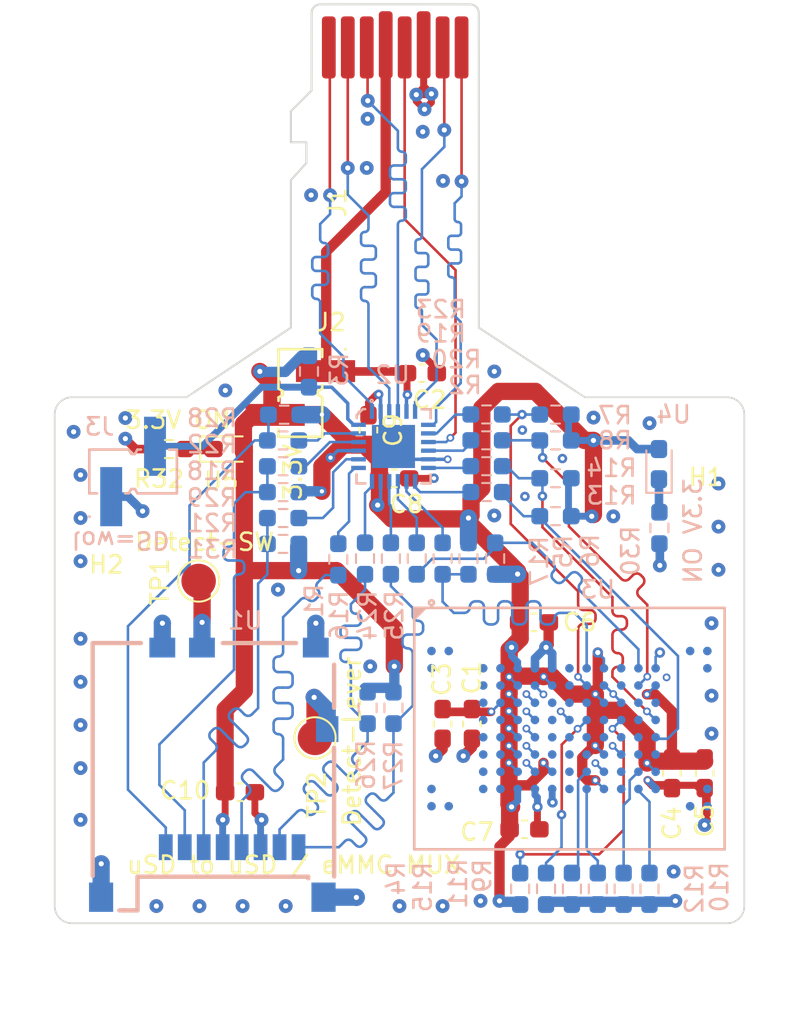
<source format=kicad_pcb>
(kicad_pcb (version 20241229) (generator "pcbnew") (generator_version "9.0")
  (layers (0 "F.Cu" signal) (4 "In1.Cu" power "GND1.Cu") (6 "In2.Cu" power "GND2.Cu") (2 "B.Cu" signal) (13 "F.Paste" user) (15 "B.Paste" user) (5 "F.SilkS" user "F.Silkscreen") (7 "B.SilkS" user "B.Silkscreen") (1 "F.Mask" user) (3 "B.Mask" user) (25 "Edge.Cuts" user))
  (net 0 "")
  (net 1 "/PAD_uSD_CMD")
  (net 2 "GND")
  (net 3 "/PAD_uSD_DAT0")
  (net 4 "/PAD_uSD_DAT1")
  (net 5 "/PAD_uSD_SCLK")
  (net 6 "/PAD_uSD_DAT3")
  (net 7 "/PAD_uSD_DAT2")
  (net 8 "P3V3")
  (net 9 "Net-(U3B-VDDIM)")
  (net 10 "P3V3_SD")
  (net 11 "/MUX_SEL")
  (net 12 "/SDCARD_CLK")
  (net 13 "/eMMC_CLK")
  (net 14 "/eMMC_RST_N")
  (net 15 "/eMMC_D0")
  (net 16 "/eMMC_D1")
  (net 17 "/eMMC_D2")
  (net 18 "/eMMC_D3")
  (net 19 "/eMMC_D7")
  (net 20 "/eMMC_D6")
  (net 21 "/eMMC_D5")
  (net 22 "/eMMC_D4")
  (net 23 "Net-(U3A-DS)")
  (net 24 "/SDCARD_D0")
  (net 25 "/SDCARD_D0_R")
  (net 26 "/eMMC_D0_R")
  (net 27 "/SDCARD_D3")
  (net 28 "/SDCARD_D3_R")
  (net 29 "/eMMC_D3_R")
  (net 30 "/eMMC_CMD_R")
  (net 31 "/SDCARD_CMD_R")
  (net 32 "/SDCARD_CMD")
  (net 33 "/SDCARD_D2_R")
  (net 34 "/SDCARD_D2")
  (net 35 "/eMMC_D2_R")
  (net 36 "/SDCARD_D1_R")
  (net 37 "/SDCARD_D1")
  (net 38 "/eMMC_D1_R")
  (net 39 "Net-(U1-DETECT-SW)")
  (net 40 "Net-(U1-DETECT_LEVER)")
  (net 41 "/eMMC_CMD")
  (net 42 "/SDCARD_CLK_R")
  (net 43 "/eMMC_CLK_R")
  (net 44 "Net-(U4-K)")
  (net 45 "Net-(U5-K)")
  (footprint "Capacitor_SMD:C_0603_1608Metric_Pad1.08x0.95mm_HandSolder" (layer "F.Cu") (at 105.2 90.300025 -90)
    (property "Reference" "C5")
    (property "Value" "CC0603MRX7R5BB475")
  )
  (footprint "Capacitor_SMD:C_0603_1608Metric_Pad1.08x0.95mm_HandSolder" (layer "F.Cu") (at 87.2 73.2 180)
    (property "Reference" "C8")
    (property "Value" "CC0603KRX7R9BB104")
  )
  (footprint "TestPointsFootprint:TestPoint_Pad_D2.0mm" (layer "F.Cu") (at 75.85 79.15 90)
    (property "Reference" "TP1")
    (property "Value" "TestPoint")
  )
  (footprint "MountingHole:MountingHole_2.2mm_M2" (layer "F.Cu") (at 105.275 70.725)
    (property "Reference" "H1")
    (property "Value" "MountingHole")
  )
  (footprint "MountingHole:MountingHole_2.2mm_M2" (layer "F.Cu") (at 69.9 80.4)
    (property "Reference" "H2")
    (property "Value" "MountingHole")
  )
  (footprint "TestPointsFootprint:TestPoint_Pad_D2.0mm" (layer "F.Cu") (at 82.6 88.25 90)
    (property "Reference" "TP2")
    (property "Value" "TestPoint")
  )
  (footprint "Capacitor_SMD:C_0603_1608Metric_Pad1.08x0.95mm_HandSolder" (layer "F.Cu") (at 90 87.440025 -90)
    (property "Reference" "C3")
    (property "Value" "CC0603MRX7R5BB475")
  )
  (footprint "Capacitor_SMD:C_0603_1608Metric_Pad1.08x0.95mm_HandSolder" (layer "F.Cu") (at 78.25 91.4 180)
    (property "Reference" "C10")
    (property "Value" "CC0603MRX7R5BB475")
  )
  (footprint "Capacitor_SMD:C_0603_1608Metric_Pad1.08x0.95mm_HandSolder" (layer "F.Cu") (at 88.8 67.1 180)
    (property "Reference" "C2")
    (property "Value" "CC0603KRX7R9BB104")
  )
  (footprint "Capacitor_SMD:C_0603_1608Metric_Pad1.08x0.95mm_HandSolder" (layer "F.Cu") (at 91.7 87.440025 90)
    (property "Reference" "C1")
    (property "Value" "CC0603KRX7R9BB104")
  )
  (footprint "footprint:uSD-CARD-PAD-wOutline" (layer "F.Cu") (at 82.1 45.710414)
    (property "Reference" "J1")
    (property "Value" "uSD-Card-PAD" (hide yes))
    (fp_line (start -0.9 6.2) (end -0.9 8) (stroke (width 0.12)) (layer "Edge.Cuts"))
    (fp_line (start -0.9 6.2) (end 0.3 5) (stroke (width 0.12)) (layer "Edge.Cuts"))
    (fp_line (start -0.9 8) (end 0 8) (stroke (width 0.12)) (layer "Edge.Cuts"))
    (fp_line (start -0.9 10.2) (end -0.9 18.75) (stroke (width 0.12)) (layer "Edge.Cuts"))
    (fp_line (start -0.9 18.75) (end -6.525 22.5) (stroke (width 0.12)) (layer "Edge.Cuts"))
    (fp_line (start 0 8) (end 0 9.2) (stroke (width 0.12)) (layer "Edge.Cuts"))
    (fp_line (start 0 9.2) (end -0.9 10.2) (stroke (width 0.12)) (layer "Edge.Cuts"))
    (fp_line (start 0.3 5) (end 0.303553 0.503553) (stroke (width 0.12)) (layer "Edge.Cuts"))
    (fp_line (start 4.5 0) (end 0.803553 0.003553) (stroke (width 0.12)) (layer "Edge.Cuts"))
    (fp_line (start 4.5 0) (end 9.496447 0.003553) (stroke (width 0.12)) (layer "Edge.Cuts"))
    (fp_line (start 10 18.75) (end 9.996447 0.503553) (stroke (width 0.12)) (layer "Edge.Cuts"))
    (fp_line (start 10 18.75) (end 15.675 22.475) (stroke (width 0.12)) (layer "Edge.Cuts"))
    (fp_arc (start 0.303553 0.503553) (mid 0.45 0.15) (end 0.803553 0.003553) (stroke (width 0.12)) (layer "Edge.Cuts"))
    (fp_arc (start 9.496447 0.003553) (mid 9.849987 0.150013) (end 9.996447 0.503553) (stroke (width 0.12)) (layer "Edge.Cuts"))
  )
  (footprint "Footprint_lib:CONN-SMD_TSM-102-01-L-SV" (layer "F.Cu") (at 81.75 68.25 -90)
    (property "Reference" "J2")
    (property "Value" "TSM-102-01-L-SV")
  )
  (footprint "LED_SMD:LED_0603_1608Metric_Pad1.05x0.95mm_HandSolder" (layer "F.Cu") (at 77.6 71.5)
    (property "Reference" "U5")
    (property "Value" "19-213/GHC-YR2U1/3T")
  )
  (footprint "Capacitor_SMD:C_0603_1608Metric_Pad1.08x0.95mm_HandSolder" (layer "F.Cu") (at 85.7 70.4 -90)
    (property "Reference" "C9")
    (property "Value" "CC0603KRX7R9BB104")
  )
  (footprint "Capacitor_SMD:C_0603_1608Metric_Pad1.08x0.95mm_HandSolder" (layer "F.Cu") (at 103.3 90.300025 90)
    (property "Reference" "C4")
    (property "Value" "CC0603KRX7R9BB104")
  )
  (footprint "Capacitor_SMD:C_0603_1608Metric_Pad1.08x0.95mm_HandSolder" (layer "F.Cu") (at 95.3 81.55 180)
    (property "Reference" "C6")
    (property "Value" "CC0603KRX7R9BB104")
  )
  (footprint "Resistor_SMD_lib:R_0603_1608Metric_Pad0.98x0.95mm_HandSolder" (layer "F.Cu") (at 74.146634 71.5 180)
    (property "Reference" "R32")
    (property "Value" "RC0603JR-071KL")
  )
  (footprint "Capacitor_SMD:C_0603_1608Metric_Pad1.08x0.95mm_HandSolder" (layer "F.Cu") (at 94.75 93.55)
    (property "Reference" "C7")
    (property "Value" "CC0603MRX7R5BB475")
  )
  (footprint "LED_SMD:LED_0603_1608Metric_Pad1.05x0.95mm_HandSolder" (layer "B.Cu") (at 102.55 72.375 90)
    (property "Reference" "U4")
    (property "Value" "19-213/GHC-YR2U1/3T")
  )
  (footprint "Resistor_SMD_lib:R_0603_1608Metric_Pad0.98x0.95mm_HandSolder" (layer "B.Cu") (at 85.650509 86.50921 90)
    (property "Reference" "R26")
    (property "Value" "RC0603JR-0710KL")
  )
  (footprint "Resistor_SMD_lib:R_0603_1608Metric_Pad0.98x0.95mm_HandSolder" (layer "B.Cu") (at 82.25 67 90)
    (property "Reference" "R3")
    (property "Value" "RC0603FR-074K75L")
  )
  (footprint "Resistor_SMD_lib:R_0603_1608Metric_Pad0.98x0.95mm_HandSolder" (layer "B.Cu") (at 94.5 97 -90)
    (property "Reference" "R4")
    (property "Value" "RC0603FR-074K75L")
  )
  (footprint "Footprint_lib:TF-SMD_5025700893" (layer "B.Cu") (at 76.75 90.25)
    (property "Reference" "U1")
    (property "Value" "5025700893")
  )
  (footprint "Resistor_SMD_lib:R_0603_1608Metric_Pad0.98x0.95mm_HandSolder" (layer "B.Cu") (at 80.75 72.5 180)
    (property "Reference" "R18")
    (property "Value" "RC0603JR-070RL")
  )
  (footprint "Resistor_SMD_lib:R_0603_1608Metric_Pad0.98x0.95mm_HandSolder" (layer "B.Cu") (at 102 97 90)
    (property "Reference" "R10")
    (property "Value" "RC0603JR-0710KL")
  )
  (footprint "Resistor_SMD_lib:R_0603_1608Metric_Pad0.98x0.95mm_HandSolder" (layer "B.Cu") (at 99 97 90)
    (property "Reference" "R9")
    (property "Value" "RC0603JR-0710KL")
  )
  (footprint "Resistor_SMD_lib:R_0603_1608Metric_Pad0.98x0.95mm_HandSolder" (layer "B.Cu") (at 92.548768 73.993112)
    (property "Reference" "R2")
    (property "Value" "RC0603FR-0722R1L")
  )
  (footprint "Resistor_SMD_lib:R_0603_1608Metric_Pad0.98x0.95mm_HandSolder" (layer "B.Cu") (at 92.548768 70.993112)
    (property "Reference" "R19")
    (property "Value" "RC0603JR-070RL")
  )
  (footprint "Resistor_SMD_lib:R_0603_1608Metric_Pad0.98x0.95mm_HandSolder" (layer "B.Cu") (at 80.75 71 180)
    (property "Reference" "R22")
    (property "Value" "RC0603JR-070RL")
  )
  (footprint "Footprint_lib:TBGA-100_L18.0-W14.0-P1.00-TL_MTFC32GAPALNA-AIT" (layer "B.Cu") (at 97.356591 87.711849 -90)
    (property "Reference" "U3")
    (property "Value" "MTFC32GAPALNA-AIT")
  )
  (footprint "Resistor_SMD_lib:R_0603_1608Metric_Pad0.98x0.95mm_HandSolder" (layer "B.Cu") (at 92.548768 69.493112)
    (property "Reference" "R23")
    (property "Value" "RC0603JR-070RL")
  )
  (footprint "Resistor_SMD_lib:R_0603_1608Metric_Pad0.98x0.95mm_HandSolder" (layer "B.Cu") (at 96.548768 69.5)
    (property "Reference" "R7")
    (property "Value" "RC0603JR-0710KL")
  )
  (footprint "Resistor_SMD_lib:R_0603_1608Metric_Pad0.98x0.95mm_HandSolder" (layer "B.Cu") (at 91.5 77.849517 90)
    (property "Reference" "R5")
    (property "Value" "RC0603JR-0710KL")
  )
  (footprint "Resistor_SMD_lib:R_0603_1608Metric_Pad0.98x0.95mm_HandSolder" (layer "B.Cu") (at 90 77.849517 -90)
    (property "Reference" "R17")
    (property "Value" "RC0603JR-070RL")
  )
  (footprint "Footprint_lib:WQFN-24_L4.0-W4.0-P0.50-TL-EP2.5" (layer "B.Cu") (at 87.149949 71.349517 -90)
    (property "Reference" "U2")
    (property "Value" "TXS02612RTWR")
  )
  (footprint "Resistor_SMD_lib:R_0603_1608Metric_Pad0.98x0.95mm_HandSolder" (layer "B.Cu") (at 102.575 76.075 -90)
    (property "Reference" "R30")
    (property "Value" "RC0603JR-071KL")
  )
  (footprint "Resistor_SMD_lib:R_0603_1608Metric_Pad0.98x0.95mm_HandSolder" (layer "B.Cu") (at 83.950051 77.9 -90)
    (property "Reference" "R1")
    (property "Value" "RC0603FR-0722R1L")
  )
  (footprint "Resistor_SMD_lib:R_0603_1608Metric_Pad0.98x0.95mm_HandSolder" (layer "B.Cu") (at 80.75 75.5 180)
    (property "Reference" "R21")
    (property "Value" "RC0603JR-070RL")
  )
  (footprint "Resistor_SMD_lib:R_0603_1608Metric_Pad0.98x0.95mm_HandSolder" (layer "B.Cu") (at 87 77.849517 -90)
    (property "Reference" "R24")
    (property "Value" "RC0603JR-070RL")
  )
  (footprint "Resistor_SMD_lib:R_0603_1608Metric_Pad0.98x0.95mm_HandSolder" (layer "B.Cu") (at 93.05 77.849517 -90)
    (property "Reference" "R6")
    (property "Value" "RC0603JR-0710KL")
  )
  (footprint "Resistor_SMD_lib:R_0603_1608Metric_Pad0.98x0.95mm_HandSolder" (layer "B.Cu") (at 85.5 77.849517 -90)
    (property "Reference" "R16")
    (property "Value" "RC0603JR-070RL")
  )
  (footprint "Resistor_SMD_lib:R_0603_1608Metric_Pad0.98x0.95mm_HandSolder" (layer "B.Cu") (at 96 97 90)
    (property "Reference" "R15")
    (property "Value" "RC0603JR-0710KL")
  )
  (footprint "Resistor_SMD_lib:R_0603_1608Metric_Pad0.98x0.95mm_HandSolder" (layer "B.Cu") (at 80.75 77)
    (property "Reference" "R31")
    (property "Value" "RC0603JR-0710KL")
  )
  (footprint "Resistor_SMD_lib:R_0603_1608Metric_Pad0.98x0.95mm_HandSolder" (layer "B.Cu") (at 80.75 74)
    (property "Reference" "R29")
    (property "Value" "RC0603JR-0710KL")
  )
  (footprint "Resistor_SMD_lib:R_0603_1608Metric_Pad0.98x0.95mm_HandSolder" (layer "B.Cu") (at 96.548768 73.193112)
    (property "Reference" "R14")
    (property "Value" "RC0603FR-074K75L")
  )
  (footprint "Resistor_SMD_lib:R_0603_1608Metric_Pad0.98x0.95mm_HandSolder" (layer "B.Cu") (at 87.150433 86.50921 90)
    (property "Reference" "R27")
    (property "Value" "RC0603JR-0710KL")
  )
  (footprint "Resistor_SMD_lib:R_0603_1608Metric_Pad0.98x0.95mm_HandSolder" (layer "B.Cu") (at 100.5 97 90)
    (property "Reference" "R12")
    (property "Value" "RC0603JR-0710KL")
  )
  (footprint "Footprint_lib:CONN-SMD_TSM-102-01-L-SV" (layer "B.Cu") (at 72.05 72.8)
    (property "Reference" "J3")
    (property "Value" "TSM-102-01-L-SV")
  )
  (footprint "Resistor_SMD_lib:R_0603_1608Metric_Pad0.98x0.95mm_HandSolder" (layer "B.Cu") (at 92.548768 72.493112)
    (property "Reference" "R20")
    (property "Value" "RC0603JR-070RL")
  )
  (footprint "Resistor_SMD_lib:R_0603_1608Metric_Pad0.98x0.95mm_HandSolder" (layer "B.Cu") (at 96.548768 75.393112)
    (property "Reference" "R13")
    (property "Value" "RC0603FR-074K75L")
  )
  (footprint "Resistor_SMD_lib:R_0603_1608Metric_Pad0.98x0.95mm_HandSolder" (layer "B.Cu") (at 96.548768 71)
    (property "Reference" "R8")
    (property "Value" "RC0603JR-0710KL")
  )
  (footprint "Resistor_SMD_lib:R_0603_1608Metric_Pad0.98x0.95mm_HandSolder" (layer "B.Cu") (at 80.81 69.51)
    (property "Reference" "R28")
    (property "Value" "RC0603JR-0710KL")
  )
  (footprint "Resistor_SMD_lib:R_0603_1608Metric_Pad0.98x0.95mm_HandSolder" (layer "B.Cu") (at 88.5 77.849517 -90)
    (property "Reference" "R25")
    (property "Value" "RC0603JR-070RL")
  )
  (footprint "Resistor_SMD_lib:R_0603_1608Metric_Pad0.98x0.95mm_HandSolder" (layer "B.Cu") (at 97.5 97 90)
    (property "Reference" "R11")
    (property "Value" "RC0603JR-0710KL")
  )
  (gr_arc (start 107.5 98) (mid 107.207107 98.707107) (end 106.5 99) (stroke (width 0.1)) (layer "Edge.Cuts"))
  (gr_line (start 97.775 68.185414) (end 98.254269 68.5) (stroke (width 0.1)) (layer "Edge.Cuts"))
  (gr_arc (start 68.507107 99) (mid 67.79751 98.707551) (end 67.500025 98.00005) (stroke (width 0.1)) (layer "Edge.Cuts"))
  (gr_line (start 106.625 68.5) (end 98.375 68.5) (stroke (width 0.1)) (layer "Edge.Cuts"))
  (gr_line (start 67.5 69.5) (end 67.5 98) (stroke (width 0.1)) (layer "Edge.Cuts"))
  (gr_line (start 75 68.5) (end 68.5 68.5) (stroke (width 0.1)) (layer "Edge.Cuts"))
  (gr_line (start 75 68.5) (end 75.140621 68.5) (stroke (width 0.1)) (layer "Edge.Cuts"))
  (gr_arc (start 106.624035 68.507722) (mid 107.249678 68.838197) (end 107.5 69.5) (stroke (width 0.1)) (layer "Edge.Cuts"))
  (gr_line (start 75.575 68.210414) (end 75.140621 68.5) (stroke (width 0.1)) (layer "Edge.Cuts"))
  (gr_arc (start 67.5 69.5) (mid 67.792893 68.792893) (end 68.5 68.5) (stroke (width 0.1)) (layer "Edge.Cuts"))
  (gr_line (start 98.254269 68.5) (end 98.375 68.5) (stroke (width 0.1)) (layer "Edge.Cuts"))
  (gr_line (start 107.5 98) (end 107.5 69.5) (stroke (width 0.1)) (layer "Edge.Cuts"))
  (gr_line (start 68.5 99) (end 106.5 99) (stroke (width 0.1)) (layer "Edge.Cuts"))
  (gr_text "3.3V" (at 81.9 74.55 90) (layer "F.SilkS") (effects (font (size 1 1)) (justify left bottom)))
  (gr_text "Detect-SW" (at 72.075 77.475 0) (layer "F.SilkS") (effects (font (size 1 1)) (justify left bottom)))
  (gr_text "3.3V ON" (at 71.5 70.4 0) (layer "F.SilkS") (effects (font (size 1 1)) (justify left bottom)))
  (gr_text "uSD to uSD / eMMC MUX" (at 71.6 96.2 0) (layer "F.SilkS") (effects (font (size 1 1)) (justify left bottom)))
  (gr_text "Detect-Lever" (at 85.325 93.475 90) (layer "F.SilkS") (effects (font (size 1 1)) (justify left bottom)))
  (gr_text "3.3V ON" (at 105.1 73.1 90) (layer "B.SilkS") (effects (font (size 1 1)) (justify left bottom mirror)))
  (gr_text "low=SD" (at 68.4 76.2 180) (layer "B.SilkS") (effects (font (size 1 1)) (justify left bottom mirror)))
  (segment (start 85.65 51.290893) (end 85.65 48.219521) (width 0.15) (layer "F.Cu") (net 1))
  (segment (start 85.65 48.219521) (end 85.659107 48.210414) (width 0.15) (layer "F.Cu") (net 1))
  (segment (start 85.659107 51.3) (end 85.65 51.290893) (width 0.15) (layer "F.Cu") (net 1))
  (via (at 85.659107 51.3) (size 0.8) (drill 0.3) (layers "F.Cu" "B.Cu") (net 1))
  (segment (start 87.86654 57.6856) (end 87.86654 58.0256) (width 0.15) (layer "B.Cu") (net 1))
  (segment (start 87.86654 54.4856) (end 87.86654 54.8256) (width 0.15) (layer "B.Cu") (net 1))
  (segment (start 87.40654 55.0556) (end 87.17654 55.0556) (width 0.15) (layer "B.Cu") (net 1))
  (segment (start 87.40654 55.8556) (end 87.63654 55.8556) (width 0.15) (layer "B.Cu") (net 1))
  (segment (start 87.63654 55.0556) (end 87.40654 55.0556) (width 0.15) (layer "B.Cu") (net 1))
  (segment (start 87.40654 58.4856) (end 87.40654 58.8256) (width 0.15) (layer "B.Cu") (net 1))
  (segment (start 87.40654 56.6556) (end 87.17654 56.6556) (width 0.15) (layer "B.Cu") (net 1))
  (segment (start 86.94654 56.8856) (end 86.94654 57.2256) (width 0.15) (layer "B.Cu") (net 1))
  (segment (start 87.40654 57.4556) (end 87.63654 57.4556) (width 0.15) (layer "B.Cu") (net 1))
  (segment (start 87.63654 56.6556) (end 87.40654 56.6556) (width 0.15) (layer "B.Cu") (net 1))
  (segment (start 87.40654 58.8256) (end 87.40654 59.200465) (width 0.15) (layer "B.Cu") (net 1))
  (segment (start 86.94654 55.2856) (end 86.94654 55.6256) (width 0.15) (layer "B.Cu") (net 1))
  (segment (start 87.17654 57.4556) (end 87.40654 57.4556) (width 0.15) (layer "B.Cu") (net 1))
  (segment (start 87.17654 55.8556) (end 87.40654 55.8556) (width 0.15) (layer "B.Cu") (net 1))
  (segment (start 85.659107 51.3) (end 87.40654 53.047433) (width 0.15) (layer "B.Cu") (net 1))
  (segment (start 87.40654 53.047433) (end 87.40654 54.0256) (width 0.15) (layer "B.Cu") (net 1))
  (segment (start 87.86654 56.0856) (end 87.86654 56.4256) (width 0.15) (layer "B.Cu") (net 1))
  (segment (start 87.40654 59.200465) (end 87.40654 69.324523) (width 0.15) (layer "B.Cu") (net 1))
  (arc (start 87.63654 58.2556) (mid 87.473905 58.322965) (end 87.40654 58.4856) (width 0.15) (layer "B.Cu") (net 1))
  (arc (start 87.63654 55.8556) (mid 87.799175 55.922965) (end 87.86654 56.0856) (width 0.15) (layer "B.Cu") (net 1))
  (arc (start 86.94654 57.2256) (mid 87.013905 57.388235) (end 87.17654 57.4556) (width 0.15) (layer "B.Cu") (net 1))
  (arc (start 87.63654 57.4556) (mid 87.799175 57.522965) (end 87.86654 57.6856) (width 0.15) (layer "B.Cu") (net 1))
  (arc (start 87.86654 56.4256) (mid 87.799175 56.588235) (end 87.63654 56.6556) (width 0.15) (layer "B.Cu") (net 1))
  (arc (start 87.40654 54.0256) (mid 87.473905 54.188235) (end 87.63654 54.2556) (width 0.15) (layer "B.Cu") (net 1))
  (arc (start 86.94654 55.6256) (mid 87.013905 55.788235) (end 87.17654 55.8556) (width 0.15) (layer "B.Cu") (net 1))
  (arc (start 87.63654 54.2556) (mid 87.799175 54.322965) (end 87.86654 54.4856) (width 0.15) (layer "B.Cu") (net 1))
  (arc (start 87.86654 54.8256) (mid 87.799175 54.988235) (end 87.63654 55.0556) (width 0.15) (layer "B.Cu") (net 1))
  (arc (start 87.86654 58.0256) (mid 87.799175 58.188235) (end 87.63654 58.2556) (width 0.15) (layer "B.Cu") (net 1))
  (arc (start 87.17654 55.0556) (mid 87.013905 55.122965) (end 86.94654 55.2856) (width 0.15) (layer "B.Cu") (net 1))
  (arc (start 87.17654 56.6556) (mid 87.013905 56.722965) (end 86.94654 56.8856) (width 0.15) (layer "B.Cu") (net 1))
  (segment (start 96.1625 81.55) (end 96.15 81.5625) (width 0.6) (layer "F.Cu") (net 2))
  (segment (start 86.16983 68.33017) (end 86.292765 68.33017) (width 0.4) (layer "F.Cu") (net 2))
  (segment (start 105.2 93.3) (end 105.3 93.2) (width 0.5) (layer "F.Cu") (net 2))
  (segment (start 88.9 48.060414) (end 88.9 50.45) (width 0.4) (layer "F.Cu") (net 2))
  (segment (start 89.20539 73.19461) (end 89.2 73.2) (width 0.4) (layer "F.Cu") (net 2))
  (segment (start 89.500025 66.700025) (end 89.500025 67.1) (width 0.4) (layer "F.Cu") (net 2))
  (segment (start 89.2 73.2) (end 88.3625 73.2) (width 0.4) (layer "F.Cu") (net 2))
  (segment (start 102.190458 91.00005) (end 101.895364 90.704956) (width 0.5) (layer "F.Cu") (net 2))
  (segment (start 90 88.14005) (end 90 88.9) (width 0.6) (layer "F.Cu") (net 2))
  (segment (start 95.5 93.449987) (end 95.500025 93.450012) (width 0.4) (layer "F.Cu") (net 2))
  (segment (start 95.5 92.250012) (end 95.5 93.449987) (width 0.4) (layer "F.Cu") (net 2))
  (segment (start 72.2 71.5) (end 71.6 70.9) (width 0.5) (layer "F.Cu") (net 2))
  (segment (start 73.393268 71.5) (end 72.2 71.5) (width 0.5) (layer "F.Cu") (net 2))
  (segment (start 91.7 88.14005) (end 91.7 88.8) (width 0.6) (layer "F.Cu") (net 2))
  (segment (start 105.2 91.00005) (end 103.3 91.00005) (width 0.4) (layer "F.Cu") (net 2))
  (segment (start 96.15 82.85) (end 96 83) (width 0.6) (layer "F.Cu") (net 2))
  (segment (start 89.3 50.95) (end 89.35 50.9) (width 0.4) (layer "F.Cu") (net 2))
  (segment (start 88.475 51.325) (end 88.95 51.8) (width 0.4) (layer "F.Cu") (net 2))
  (segment (start 79.1125 91.4) (end 79.1125 92.6125) (width 0.4) (layer "F.Cu") (net 2))
  (segment (start 91.7 88.8) (end 91.2 89.3) (width 0.6) (layer "F.Cu") (net 2))
  (segment (start 104.899975 91.2) (end 104.700025 91.00005) (width 0.4) (layer "F.Cu") (net 2))
  (segment (start 89.5 73.19461) (end 89.20539 73.19461) (width 0.4) (layer "F.Cu") (net 2))
  (segment (start 88.85 66.05) (end 89.500025 66.700025) (width 0.4) (layer "F.Cu") (net 2))
  (segment (start 85.7 68.8) (end 86.16983 68.33017) (width 0.4) (layer "F.Cu") (net 2))
  (segment (start 89.35 51.4) (end 88.95 51.8) (width 0.4) (layer "F.Cu") (net 2))
  (segment (start 88.9 50.45) (end 89.35 50.9) (width 0.4) (layer "F.Cu") (net 2))
  (segment (start 103.3 91.00005) (end 102.190458 91.00005) (width 0.5) (layer "F.Cu") (net 2))
  (segment (start 88.475 50.95) (end 88.475 51.325) (width 0.4) (layer "F.Cu") (net 2))
  (segment (start 79.1125 92.6125) (end 79.5 93) (width 0.4) (layer "F.Cu") (net 2))
  (segment (start 104.700025 91.00005) (end 103.3 91.00005) (width 0.4) (layer "F.Cu") (net 2))
  (segment (start 105.3 91.262525) (end 105.2 91.162525) (width 0.5) (layer "F.Cu") (net 2))
  (segment (start 88.475 50.95) (end 89.3 50.95) (width 0.4) (layer "F.Cu") (net 2))
  (segment (start 89.35 50.9) (end 89.35 51.4) (width 0.4) (layer "F.Cu") (net 2))
  (segment (start 90 88.9) (end 89.6 89.3) (width 0.6) (layer "F.Cu") (net 2))
  (segment (start 85.7 69.5375) (end 85.7 68.8) (width 0.4) (layer "F.Cu") (net 2))
  (segment (start 88.9 50.525) (end 88.9 48.060414) (width 0.4) (layer "F.Cu") (net 2))
  (segment (start 105.3 93.2) (end 105.3 91.262525) (width 0.5) (layer "F.Cu") (net 2))
  (segment (start 96.15 81.5625) (end 96.15 82.85) (width 0.6) (layer "F.Cu") (net 2))
  (segment (start 88.475 50.95) (end 88.9 50.525) (width 0.4) (layer "F.Cu") (net 2))
  (via (at 102.6 83.3) (size 0.6) (drill 0.3) (layers "F.Cu" "B.Cu") (net 2))
  (via (at 90.294221 72.094221) (size 0.45) (drill 0.25) (layers "F.Cu" "B.Cu") (net 2))
  (via (at 95.85 85.725) (size 0.45) (drill 0.25) (layers "F.Cu" "B.Cu") (net 2))
  (via (at 99.895834 85.704444) (size 0.45) (drill 0.25) (layers "F.Cu" "B.Cu") (net 2))
  (via (at 98.86 89.71) (size 0.45) (drill 0.25) (layers "F.Cu" "B.Cu") (net 2))
  (via (at 82.375 56.775) (size 0.8) (drill 0.3) (layers "F.Cu" "B.Cu") (net 2))
  (via (at 86.292765 68.33017) (size 0.55) (drill 0.25) (layers "F.Cu" "B.Cu") (net 2))
  (via (at 69 90) (size 0.8) (drill 0.3) (layers "F.Cu" "B.Cu") (net 2))
  (via (at 72.6 75.1) (size 0.8) (drill 0.3) (layers "F.Cu" "B.Cu") (net 2))
  (via (at 69 85) (size 0.8) (drill 0.3) (layers "F.Cu" "B.Cu") (net 2))
  (via (at 105.6 81.6) (size 0.8) (drill 0.3) (layers "F.Cu" "B.Cu") (net 2))
  (via (at 94.86 89.7) (size 0.45) (drill 0.25) (layers "F.Cu" "B.Cu") (net 2))
  (via (at 92.2 97.7) (size 0.8) (drill 0.3) (layers "F.Cu" "B.Cu") (net 2))
  (via (at 99.9 75.4) (size 0.8) (drill 0.3) (layers "F.Cu" "B.Cu") (net 2))
  (via (at 105.2 93.3) (size 0.8) (drill 0.3) (layers "F.Cu" "B.Cu") (net 2))
  (via (at 80.45 79.65) (size 0.8) (drill 0.3) (layers "F.Cu" "B.Cu") (net 2))
  (via (at 73.4 98) (size 0.8) (drill 0.3) (layers "F.Cu" "B.Cu") (net 2))
  (via (at 96.379693 91.991723) (size 0.45) (drill 0.25) (layers "F.Cu" "B.Cu") (net 2))
  (via (at 80.9 98) (size 0.8) (drill 0.3) (layers "F.Cu" "B.Cu") (net 2))
  (via (at 94.625 70.4) (size 0.55) (drill 0.25) (layers "F.Cu" "B.Cu") (net 2))
  (via (at 95.5 92.250012) (size 0.6) (drill 0.3) (layers "F.Cu" "B.Cu") (net 2))
  (via (at 103.4 96) (size 0.8) (drill 0.3) (layers "F.Cu" "B.Cu") (net 2))
  (via (at 106 73.5) (size 0.8) (drill 0.3) (layers "F.Cu" "B.Cu") (net 2))
  (via (at 71.6 70.9) (size 0.8) (drill 0.3) (layers "F.Cu" "B.Cu") (net 2))
  (via (at 88.85 53.1) (size 0.8) (drill 0.3) (layers "F.Cu" "B.Cu") (net 2))
  (via (at 93 67) (size 0.8) (drill 0.3) (layers "F.Cu" "B.Cu") (net 2))
  (via (at 94.86 88.71) (size 0.45) (drill 0.25) (layers "F.Cu" "B.Cu") (net 2))
  (via (at 94.775 74.25) (size 0.55) (drill 0.25) (layers "F.Cu" "B.Cu") (net 2))
  (via (at 90 98) (size 0.8) (drill 0.3) (layers "F.Cu" "B.Cu") (net 2))
  (via (at 105.6 85.8) (size 0.8) (drill 0.3) (layers "F.Cu" "B.Cu") (net 2))
  (via (at 102 70) (size 0.8) (drill 0.3) (layers "F.Cu" "B.Cu") (net 2))
  (via (at 69 82.5) (size 0.8) (drill 0.3) (layers "F.Cu" "B.Cu") (net 2))
  (via (at 90.025 55.95) (size 0.8) (drill 0.3) (layers "F.Cu" "B.Cu") (net 2))
  (via (at 91.2 89.3) (size 0.8) (drill 0.3) (layers "F.Cu" "B.Cu") (net 2))
  (via (at 102.99 84.74) (size 0.45) (drill 0.25) (layers "F.Cu" "B.Cu") (net 2))
  (via (at 94.86 85.71) (size 0.45) (drill 0.25) (layers "F.Cu" "B.Cu") (net 2))
  (via (at 78.4 98) (size 0.8) (drill 0.3) (layers "F.Cu" "B.Cu") (net 2))
  (via (at 85.8 84.1) (size 0.8) (drill 0.3) (layers "F.Cu" "B.Cu") (net 2))
  (via (at 69 75.5) (size 0.8) (drill 0.3) (layers "F.Cu" "B.Cu") (net 2))
  (via (at 98.75 69.675) (size 0.8) (drill 0.3) (layers "F.Cu" "B.Cu") (net 2))
  (via (at 106 78.5) (size 0.8) (drill 0.3) (layers "F.Cu" "B.Cu") (net 2))
  (via (at 96 83) (size 0.8) (drill 0.3) (layers "F.Cu" "B.Cu") (net 2))
  (via (at 68.6 70.5) (size 0.8) (drill 0.3) (layers "F.Cu" "B.Cu") (net 2))
  (via (at 85.65 52.35) (size 0.8) (drill 0.3) (layers "F.Cu" "B.Cu") (net 2))
  (via (at 70.2 95.55) (size 0.8) (drill 0.3) (layers "F.Cu" "B.Cu") (net 2))
  (via (at 85.6 55.2) (size 0.8) (drill 0.3) (layers "F.Cu" "B.Cu") (net 2))
  (via (at 88.475 50.95) (size 0.8) (drill 0.3) (layers "F.Cu" "B.Cu") (net 2))
  (via (at 79.5 93) (size 0.8) (drill 0.3) (layers "F.Cu" "B.Cu") (net 2))
  (via (at 99.86 88.71) (size 0.45) (drill 0.25) (layers "F.Cu" "B.Cu") (net 2))
  (via (at 88.95 51.8) (size 0.8) (drill 0.3) (layers "F.Cu" "B.Cu") (net 2))
  (via (at 69 93) (size 0.8) (drill 0.3) (layers "F.Cu" "B.Cu") (net 2))
  (via (at 71.6 69.7) (size 0.8) (drill 0.3) (layers "F.Cu" "B.Cu") (net 2))
  (via (at 85 97.5) (size 0.8) (drill 0.3) (layers "F.Cu" "B.Cu") (net 2))
  (via (at 89.5 73.19461) (size 0.55) (drill 0.25) (layers "F.Cu" "B.Cu") (net 2))
  (via (at 96.85 86.71) (size 0.45) (drill 0.25) (layers "F.Cu" "B.Cu") (net 2))
  (via (at 69 87.5) (size 0.8) (drill 0.3) (layers "F.Cu" "B.Cu") (net 2))
  (via (at 96.95 72.05) (size 0.55) (drill 0.25) (layers "F.Cu" "B.Cu") (net 2))
  (via (at 89.6 89.3) (size 0.8) (drill 0.3) (layers "F.Cu" "B.Cu") (net 2))
  (via (at 105.6 88) (size 0.8) (drill 0.3) (layers "F.Cu" "B.Cu") (net 2))
  (via (at 69 73) (size 0.8) (drill 0.3) (layers "F.Cu" "B.Cu") (net 2))
  (via (at 77.4 68.1) (size 0.8) (drill 0.3) (layers "F.Cu" "B.Cu") (net 2))
  (via (at 103.5 97.7) (size 0.8) (drill 0.3) (layers "F.Cu" "B.Cu") (net 2))
  (via (at 89.35 50.9) (size 0.8) (drill 0.3) (layers "F.Cu" "B.Cu") (net 2))
  (via (at 69 78) (size 0.8) (drill 0.3) (layers "F.Cu" "B.Cu") (net 2))
  (via (at 94.86 87.71) (size 0.45) (drill 0.25) (layers "F.Cu" "B.Cu") (net 2))
  (via (at 82.65 81.6) (size 0.8) (drill 0.3) (layers "F.Cu" "B.Cu") (net 2))
  (via (at 94.86 86.71) (size 0.45) (drill 0.25) (layers "F.Cu" "B.Cu") (net 2))
  (via (at 93 75.35) (size 0.8) (drill 0.3) (layers "F.Cu" "B.Cu") (net 2))
  (via (at 101.895364 90.704956) (size 0.45) (drill 0.25) (layers "F.Cu" "B.Cu") (net 2))
  (via (at 88.85 66.05) (size 0.8) (drill 0.3) (layers "F.Cu" "B.Cu") (net 2))
  (via (at 102.6 78.25) (size 0.8) (drill 0.3) (layers "F.Cu" "B.Cu") (net 2))
  (via (at 73.75 81.6) (size 0.8) (drill 0.3) (layers "F.Cu" "B.Cu") (net 2))
  (via (at 87.5 98) (size 0.8) (drill 0.3) (layers "F.Cu" "B.Cu") (net 2))
  (via (at 75.9 98) (size 0.8) (drill 0.3) (layers "F.Cu" "B.Cu") (net 2))
  (via (at 106 76) (size 0.8) (drill 0.3) (layers "F.Cu" "B.Cu") (net 2))
  (segment (start 70.193739 95.556261) (end 70.2 95.55) (width 1) (layer "B.Cu") (net 2))
  (segment (start 95.356591 84.211849) (end 95.356591 83.643409) (width 0.5) (layer "B.Cu") (net 2))
  (segment (start 84.98749 97.48749) (end 85 97.5) (width 1) (layer "B.Cu") (net 2))
  (segment (start 99.403239 85.211849) (end 99.895834 85.704444) (width 0.15) (layer "B.Cu") (net 2))
  (segment (start 96.356591 91.968621) (end 96.379693 91.991723) (width 0.6) (layer "B.Cu") (net 2))
  (segment (start 94.86 87.715258) (end 95.356591 88.211849) (width 0.15) (layer "B.Cu") (net 2))
  (segment (start 95.356591 85.231591) (end 95.85 85.725) (width 0.15) (layer "B.Cu") (net 2))
  (segment (start 70.193739 97.48749) (end 70.193739 95.556261) (width 1) (layer "B.Cu") (net 2))
  (segment (start 82.643574 83.01251) (end 82.643574 81.606426) (width 1) (layer "B.Cu") (net 2))
  (segment (start 96.85 86.715258) (end 97.346591 87.211849) (width 0.15) (layer "B.Cu") (net 2))
  (segment (start 95.356591 91.556591) (end 95.356591 91.211849) (width 0.4) (layer "B.Cu") (net 2))
  (segment (start 94.86 85.715258) (end 95.356591 86.211849) (width 0.15) (layer "B.Cu") (net 2))
  (segment (start 79.443675 93.056325) (end 79.5 93) (width 0.4) (layer "B.Cu") (net 2))
  (segment (start 89.174943 72.094221) (end 90.294221 72.094221) (width 0.2) (layer "B.Cu") (net 2))
  (segment (start 94.86 88.715258) (end 95.356591 89.211849) (width 0.15) (layer "B.Cu") (net 2))
  (segment (start 73.74365 83.01251) (end 73.74365 81.60635) (width 1) (layer "B.Cu") (net 2))
  (segment (start 95.356591 83.643409) (end 96 83) (width 0.5) (layer "B.Cu") (net 2))
  (segment (start 102.356591 84.211849) (end 102.356591 83.543409) (width 0.15) (layer "B.Cu") (net 2))
  (segment (start 102.6 78.25) (end 102.6 77.0125) (width 0.5) (layer "B.Cu") (net 2))
  (segment (start 94.86 86.715258) (end 95.356591 87.211849) (width 0.15) (layer "B.Cu") (net 2))
  (segment (start 98.86 89.715258) (end 99.356591 90.211849) (width 0.15) (layer "B.Cu") (net 2))
  (segment (start 87.894221 72.094221) (end 87.15 71.35) (width 0.15) (layer "B.Cu") (net 2))
  (segment (start 99.356591 85.211849) (end 99.403239 85.211849) (width 0.15) (layer "B.Cu") (net 2))
  (segment (start 79.443675 94.587567) (end 79.443675 93.056325) (width 0.4) (layer "B.Cu") (net 2))
  (segment (start 86.405778 69.324523) (end 86.405778 68.405778) (width 0.2) (layer "B.Cu") (net 2))
  (segment (start 95.5 92.250012) (end 95.5 91.7) (width 0.4) (layer "B.Cu") (net 2))
  (segment (start 94.86 89.705258) (end 95.356591 90.201849) (width 0.15) (layer "B.Cu") (net 2))
  (segment (start 102.356591 83.543409) (end 102.6 83.3) (width 0.15) (layer "B.Cu") (net 2))
  (segment (start 71.759995 74.259995) (end 70.779997 74.259995) (width 0.5) (layer "B.Cu") (net 2))
  (segment (start 96.356591 83.356591) (end 96 83) (width 0.5) (layer "B.Cu") (net 2))
  (segment (start 103.446634 97.753366) (end 103.5 97.7) (width 0.6) (layer "B.Cu") (net 2))
  (segment (start 96.356591 91.211849) (end 96.356591 91.968621) (width 0.4) (layer "B.Cu") (net 2))
  (segment (start 102.356591 91.211849) (end 102.356591 91.166183) (width 0.4) (layer "B.Cu") (net 2))
  (segment (start 95.5 91.7) (end 95.356591 91.556591) (width 0.4) (layer "B.Cu") (net 2))
  (segment (start 86.405778 69.324523) (end 86.405778 70.605778) (width 0.2) (layer "B.Cu") (net 2))
  (segment (start 96 97.753366) (end 103.446634 97.753366) (width 0.6) (layer "B.Cu") (net 2))
  (segment (start 90.3 72.1) (end 90.294221 72.094221) (width 0.15) (layer "B.Cu") (net 2))
  (segment (start 73.74365 81.60635) (end 73.75 81.6) (width 1) (layer "B.Cu") (net 2))
  (segment (start 99.356591 85.211849) (end 99.356591 85.166183) (width 0.15) (layer "B.Cu") (net 2))
  (segment (start 83.093663 97.48749) (end 84.98749 97.48749) (width 1) (layer "B.Cu") (net 2))
  (segment (start 86.4 68.4) (end 86.362595 68.4) (width 0.15) (layer "B.Cu") (net 2))
  (segment (start 89.174943 72.094221) (end 87.894221 72.094221) (width 0.2) (layer "B.Cu") (net 2))
  (segment (start 96.356591 84.211849) (end 96.356591 83.356591) (width 0.5) (layer "B.Cu") (net 2))
  (segment (start 100.356591 86.165201) (end 99.895834 85.704444) (width 0.15) (layer "B.Cu") (net 2))
  (segment (start 102.356591 91.166183) (end 101.895364 90.704956) (width 0.4) (layer "B.Cu") (net 2))
  (segment (start 100.356591 86.211849) (end 100.356591 86.165201) (width 0.15) (layer "B.Cu") (net 2))
  (segment (start 102.6 77.0125) (end 102.575 76.9875) (width 0.5) (layer "B.Cu") (net 2))
  (segment (start 86.362595 68.4) (end 86.292765 68.33017) (width 0.15) (layer "B.Cu") (net 2))
  (segment (start 99.86 88.715258) (end 100.356591 89.211849) (width 0.15) (layer "B.Cu") (net 2))
  (segment (start 95.356591 85.211849) (end 95.356591 85.213409) (width 0.4) (layer "B.Cu") (net 2))
  (segment (start 72.6 75.1) (end 71.759995 74.259995) (width 0.5) (layer "B.Cu") (net 2))
  (segment (start 95.356591 85.211849) (end 95.356591 85.231591) (width 0.15) (layer "B.Cu") (net 2))
  (segment (start 82.643574 81.606426) (end 82.65 81.6) (width 1) (layer "B.Cu") (net 2))
  (segment (start 86.405778 70.605778) (end 87.15 71.35) (width 0.15) (layer "B.Cu") (net 2))
  (segment (start 86.405778 68.405778) (end 86.4 68.4) (width 0.15) (layer "B.Cu") (net 2))
  (segment (start 90.097861 48.249168) (end 90.059107 48.210414) (width 0.15) (layer "F.Cu") (net 3))
  (segment (start 90.097861 52.997861) (end 90.097861 48.249168) (width 0.15) (layer "F.Cu") (net 3))
  (via (at 90.097861 52.997861) (size 0.8) (drill 0.3) (layers "F.Cu" "B.Cu") (net 3))
  (segment (start 88.985 62.535) (end 88.8 62.535) (width 0.15) (layer "B.Cu") (net 3))
  (segment (start 89.271599 64.771599) (end 89.65 65.15) (width 0.15) (layer "B.Cu") (net 3))
  (segment (start 88.615 61.735) (end 88.8 61.735) (width 0.15) (layer "B.Cu") (net 3))
  (segment (start 89.65 65.15) (end 89.65 67.525) (width 0.15) (layer "B.Cu") (net 3))
  (segment (start 88.8 62.535) (end 88.615 62.535) (width 0.15) (layer "B.Cu") (net 3))
  (segment (start 88.43 59.52) (end 88.43 59.95) (width 0.15) (layer "B.Cu") (net 3))
  (segment (start 90.1 53.975) (end 88.8 55.275) (width 0.15) (layer "B.Cu") (net 3))
  (segment (start 88.8 55.275) (end 88.8 59.15) (width 0.15) (layer "B.Cu") (net 3))
  (segment (start 88.8 63.95) (end 88.8 64.3) (width 0.15) (layer "B.Cu") (net 3))
  (segment (start 88.8 63.52) (end 88.8 63.95) (width 0.15) (layer "B.Cu") (net 3))
  (segment (start 89.65 67.525) (end 88.404762 68.770238) (width 0.15) (layer "B.Cu") (net 3))
  (segment (start 89.17 60.32) (end 89.17 60.75) (width 0.15) (layer "B.Cu") (net 3))
  (segment (start 88.615 60.135) (end 88.8 60.135) (width 0.15) (layer "B.Cu") (net 3))
  (segment (start 88.985 60.935) (end 88.8 60.935) (width 0.15) (layer "B.Cu") (net 3))
  (segment (start 90.1 53) (end 90.1 53.975) (width 0.15) (layer "B.Cu") (net 3))
  (segment (start 88.43 62.72) (end 88.43 63.15) (width 0.15) (layer "B.Cu") (net 3))
  (segment (start 90.097861 52.997861) (end 90.1 53) (width 0.15) (layer "B.Cu") (net 3))
  (segment (start 88.8 60.135) (end 88.985 60.135) (width 0.15) (layer "B.Cu") (net 3))
  (segment (start 88.404762 68.770238) (end 88.404762 69.324523) (width 0.15) (layer "B.Cu") (net 3))
  (segment (start 88.8 64.3) (end 89.271599 64.771599) (width 0.15) (layer "B.Cu") (net 3))
  (segment (start 88.8 61.735) (end 88.985 61.735) (width 0.15) (layer "B.Cu") (net 3))
  (segment (start 88.8 60.935) (end 88.615 60.935) (width 0.15) (layer "B.Cu") (net 3))
  (segment (start 88.43 61.12) (end 88.43 61.55) (width 0.15) (layer "B.Cu") (net 3))
  (segment (start 89.17 61.92) (end 89.17 62.35) (width 0.15) (layer "B.Cu") (net 3))
  (arc (start 88.985 61.735) (mid 89.115815 61.789185) (end 89.17 61.92) (width 0.15) (layer "B.Cu") (net 3))
  (arc (start 88.985 60.135) (mid 89.115815 60.189185) (end 89.17 60.32) (width 0.15) (layer "B.Cu") (net 3))
  (arc (start 88.43 61.55) (mid 88.484185 61.680815) (end 88.615 61.735) (width 0.15) (layer "B.Cu") (net 3))
  (arc (start 88.43 59.95) (mid 88.484185 60.080815) (end 88.615 60.135) (width 0.15) (layer "B.Cu") (net 3))
  (arc (start 88.8 59.15) (mid 88.745815 59.280815) (end 88.615 59.335) (width 0.15) (layer "B.Cu") (net 3))
  (arc (start 88.615 60.935) (mid 88.484185 60.989185) (end 88.43 61.12) (width 0.15) (layer "B.Cu") (net 3))
  (arc (start 89.17 60.75) (mid 89.115815 60.880815) (end 88.985 60.935) (width 0.15) (layer "B.Cu") (net 3))
  (arc (start 88.615 62.535) (mid 88.484185 62.589185) (end 88.43 62.72) (width 0.15) (layer "B.Cu") (net 3))
  (arc (start 89.17 62.35) (mid 89.115815 62.480815) (end 88.985 62.535) (width 0.15) (layer "B.Cu") (net 3))
  (arc (start 88.615 59.335) (mid 88.484185 59.389185) (end 88.43 59.52) (width 0.15) (layer "B.Cu") (net 3))
  (arc (start 88.615 63.335) (mid 88.745815 63.389185) (end 88.8 63.52) (width 0.15) (layer "B.Cu") (net 3))
  (arc (start 88.43 63.15) (mid 88.484185 63.280815) (end 88.615 63.335) (width 0.15) (layer "B.Cu") (net 3))
  (segment (start 91.1 48.269521) (end 91.159107 48.210414) (width 0.15) (layer "F.Cu") (net 4))
  (segment (start 91.1 55.975) (end 91.1 48.269521) (width 0.15) (layer "F.Cu") (net 4))
  (via (at 91.1 55.975) (size 0.8) (drill 0.3) (layers "F.Cu" "B.Cu") (net 4))
  (segment (start 91.05 67.675) (end 89.625 69.1) (width 0.15) (layer "B.Cu") (net 4))
  (segment (start 89.454357 70.095643) (end 89.174943 70.095643) (width 0.15) (layer "B.Cu") (net 4))
  (segment (start 90.7 59.935) (end 90.885 59.935) (width 0.15) (layer "B.Cu") (net 4))
  (segment (start 90.33 59.32) (end 90.33 59.75) (width 0.15) (layer "B.Cu") (net 4))
  (segment (start 90.7 63.780612) (end 91.05 64.130612) (width 0.15) (layer "B.Cu") (net 4))
  (segment (start 90.7 59.135) (end 90.515 59.135) (width 0.15) (layer "B.Cu") (net 4))
  (segment (start 90.7 62.15) (end 90.7 62.75) (width 0.15) (layer "B.Cu") (net 4))
  (segment (start 91.07 60.12) (end 91.07 60.55) (width 0.15) (layer "B.Cu") (net 4))
  (segment (start 89.625 69.925) (end 89.454357 70.095643) (width 0.15) (layer "B.Cu") (net 4))
  (segment (start 91.1 55.975) (end 91.1 56.85) (width 0.15) (layer "B.Cu") (net 4))
  (segment (start 91.07 58.52) (end 91.07 58.95) (width 0.15) (layer "B.Cu") (net 4))
  (segment (start 91.05 64.130612) (end 91.05 67.675) (width 0.15) (layer "B.Cu") (net 4))
  (segment (start 90.7 57.25) (end 90.7 58.15) (width 0.15) (layer "B.Cu") (net 4))
  (segment (start 90.885 59.135) (end 90.7 59.135) (width 0.15) (layer "B.Cu") (net 4))
  (segment (start 90.7 61.72) (end 90.7 62.15) (width 0.15) (layer "B.Cu") (net 4))
  (segment (start 90.33 60.92) (end 90.33 61.35) (width 0.15) (layer "B.Cu") (net 4))
  (segment (start 90.515 59.935) (end 90.7 59.935) (width 0.15) (layer "B.Cu") (net 4))
  (segment (start 89.625 69.1) (end 89.625 69.925) (width 0.15) (layer "B.Cu") (net 4))
  (segment (start 91.1 56.85) (end 90.7 57.25) (width 0.15) (layer "B.Cu") (net 4))
  (segment (start 90.885 60.735) (end 90.7 60.735) (width 0.15) (layer "B.Cu") (net 4))
  (segment (start 90.7 62.75) (end 90.7 63.780612) (width 0.15) (layer "B.Cu") (net 4))
  (segment (start 90.7 60.735) (end 90.515 60.735) (width 0.15) (layer "B.Cu") (net 4))
  (arc (start 90.33 59.75) (mid 90.384185 59.880815) (end 90.515 59.935) (width 0.15) (layer "B.Cu") (net 4))
  (arc (start 90.515 59.135) (mid 90.384185 59.189185) (end 90.33 59.32) (width 0.15) (layer "B.Cu") (net 4))
  (arc (start 91.07 60.55) (mid 91.015815 60.680815) (end 90.885 60.735) (width 0.15) (layer "B.Cu") (net 4))
  (arc (start 90.515 61.535) (mid 90.645815 61.589185) (end 90.7 61.72) (width 0.15) (layer "B.Cu") (net 4))
  (arc (start 90.33 61.35) (mid 90.384185 61.480815) (end 90.515 61.535) (width 0.15) (layer "B.Cu") (net 4))
  (arc (start 90.885 59.935) (mid 91.015815 59.989185) (end 91.07 60.12) (width 0.15) (layer "B.Cu") (net 4))
  (arc (start 90.885 58.335) (mid 91.015815 58.389185) (end 91.07 58.52) (width 0.15) (layer "B.Cu") (net 4))
  (arc (start 90.515 60.735) (mid 90.384185 60.789185) (end 90.33 60.92) (width 0.15) (layer "B.Cu") (net 4))
  (arc (start 90.7 58.15) (mid 90.754185 58.280815) (end 90.885 58.335) (width 0.15) (layer "B.Cu") (net 4))
  (arc (start 91.07 58.95) (mid 91.015815 59.080815) (end 90.885 59.135) (width 0.15) (layer "B.Cu") (net 4))
  (segment (start 87.8 48.269521) (end 87.859107 48.210414) (width 0.15) (layer "F.Cu") (net 5))
  (segment (start 87.8 58.175) (end 87.8 48.269521) (width 0.15) (layer "F.Cu") (net 5))
  (segment (start 90.55 70.95) (end 90.45 70.85) (width 0.15) (layer "F.Cu") (net 5))
  (segment (start 90.75 61.125) (end 87.8 58.175) (width 0.15) (layer "F.Cu") (net 5))
  (segment (start 90.45 70.85) (end 90.75 70.55) (width 0.15) (layer "F.Cu") (net 5))
  (segment (start 90.75 70.55) (end 90.75 61.125) (width 0.15) (layer "F.Cu") (net 5))
  (via (at 90.45 70.85) (size 0.45) (drill 0.25) (layers "F.Cu" "B.Cu") (net 5))
  (segment (start 90.45 70.85) (end 90.206541 71.093459) (width 0.15) (layer "B.Cu") (net 5))
  (segment (start 90.206541 71.093459) (end 89.174943 71.093459) (width 0.15) (layer "B.Cu") (net 5))
  (segment (start 84.5 48.269521) (end 84.559107 48.210414) (width 0.15) (layer "F.Cu") (net 6))
  (segment (start 84.5 55.2) (end 84.5 48.269521) (width 0.15) (layer "F.Cu") (net 6))
  (via (at 84.5 55.2) (size 0.8) (drill 0.3) (layers "F.Cu" "B.Cu") (net 6))
  (segment (start 85.485 61.312073) (end 85.7 61.312073) (width 0.15) (layer "B.Cu") (net 6))
  (segment (start 86.13 61.527073) (end 86.13 61.897073) (width 0.15) (layer "B.Cu") (net 6))
  (segment (start 84.5 56.75) (end 85.7 57.95) (width 0.15) (layer "B.Cu") (net 6))
  (segment (start 85.7 63.497073) (end 85.7 63.932344) (width 0.15) (layer "B.Cu") (net 6))
  (segment (start 86.13 59.927073) (end 86.13 60.297073) (width 0.15) (layer "B.Cu") (net 6))
  (segment (start 85.27 59.127073) (end 85.27 59.497073) (width 0.15) (layer "B.Cu") (net 6))
  (segment (start 85.7 63.127073) (end 85.7 63.497073) (width 0.15) (layer "B.Cu") (net 6))
  (segment (start 85.7 63.932344) (end 85.7 66.762682) (width 0.15) (layer "B.Cu") (net 6))
  (segment (start 85.7 60.512073) (end 85.485 60.512073) (width 0.15) (layer "B.Cu") (net 6))
  (segment (start 85.27 60.727073) (end 85.27 61.097073) (width 0.15) (layer "B.Cu") (net 6))
  (segment (start 85.7 61.312073) (end 85.915 61.312073) (width 0.15) (layer "B.Cu") (net 6))
  (segment (start 85.7 59.712073) (end 85.915 59.712073) (width 0.15) (layer "B.Cu") (net 6))
  (segment (start 85.485 59.712073) (end 85.7 59.712073) (width 0.15) (layer "B.Cu") (net 6))
  (segment (start 85.915 62.112073) (end 85.7 62.112073) (width 0.15) (layer "B.Cu") (net 6))
  (segment (start 85.7 66.762682) (end 86.906159 67.968841) (width 0.15) (layer "B.Cu") (net 6))
  (segment (start 86.906159 67.968841) (end 86.906159 69.324523) (width 0.15) (layer "B.Cu") (net 6))
  (segment (start 85.915 60.512073) (end 85.7 60.512073) (width 0.15) (layer "B.Cu") (net 6))
  (segment (start 85.27 62.327073) (end 85.27 62.697073) (width 0.15) (layer "B.Cu") (net 6))
  (segment (start 85.7 62.112073) (end 85.485 62.112073) (width 0.15) (layer "B.Cu") (net 6))
  (segment (start 85.7 57.95) (end 85.7 58.697073) (width 0.15) (layer "B.Cu") (net 6))
  (segment (start 84.5 55.2) (end 84.5 56.75) (width 0.15) (layer "B.Cu") (net 6))
  (arc (start 85.7 58.697073) (mid 85.637028 58.849101) (end 85.485 58.912073) (width 0.15) (layer "B.Cu") (net 6))
  (arc (start 85.485 62.912073) (mid 85.637028 62.975045) (end 85.7 63.127073) (width 0.15) (layer "B.Cu") (net 6))
  (arc (start 86.13 61.897073) (mid 86.067028 62.049101) (end 85.915 62.112073) (width 0.15) (layer "B.Cu") (net 6))
  (arc (start 85.915 61.312073) (mid 86.067028 61.375045) (end 86.13 61.527073) (width 0.15) (layer "B.Cu") (net 6))
  (arc (start 85.915 59.712073) (mid 86.067028 59.775045) (end 86.13 59.927073) (width 0.15) (layer "B.Cu") (net 6))
  (arc (start 85.27 62.697073) (mid 85.332972 62.849101) (end 85.485 62.912073) (width 0.15) (layer "B.Cu") (net 6))
  (arc (start 85.27 59.497073) (mid 85.332972 59.649101) (end 85.485 59.712073) (width 0.15) (layer "B.Cu") (net 6))
  (arc (start 85.485 58.912073) (mid 85.332972 58.975045) (end 85.27 59.127073) (width 0.15) (layer "B.Cu") (net 6))
  (arc (start 85.27 61.097073) (mid 85.332972 61.249101) (end 85.485 61.312073) (width 0.15) (layer "B.Cu") (net 6))
  (arc (start 85.485 60.512073) (mid 85.332972 60.575045) (end 85.27 60.727073) (width 0.15) (layer "B.Cu") (net 6))
  (arc (start 86.13 60.297073) (mid 86.067028 60.449101) (end 85.915 60.512073) (width 0.15) (layer "B.Cu") (net 6))
  (arc (start 85.485 62.112073) (mid 85.332972 62.175045) (end 85.27 62.327073) (width 0.15) (layer "B.Cu") (net 6))
  (segment (start 83.459107 56.759107) (end 83.459107 48.210414) (width 0.15) (layer "F.Cu") (net 7))
  (segment (start 83.475 56.775) (end 83.459107 56.759107) (width 0.15) (layer "F.Cu") (net 7))
  (via (at 83.475 56.775) (size 0.8) (drill 0.3) (layers "F.Cu" "B.Cu") (net 7))
  (segment (start 82.9 58.45) (end 82.9 59.321279) (width 0.15) (layer "B.Cu") (net 7))
  (segment (start 83.475 56.775) (end 83.475 57.875) (width 0.15) (layer "B.Cu") (net 7))
  (segment (start 82.67 61.171279) (end 82.9 61.171279) (width 0.15) (layer "B.Cu") (net 7))
  (segment (start 82.9 61.981279) (end 82.67 61.981279) (width 0.15) (layer "B.Cu") (net 7))
  (segment (start 82.44 60.591279) (end 82.44 60.941279) (width 0.15) (layer "B.Cu") (net 7))
  (segment (start 82.44 62.211279) (end 82.44 62.561279) (width 0.15) (layer "B.Cu") (net 7))
  (segment (start 83.36 61.401279) (end 83.36 61.751279) (width 0.15) (layer "B.Cu") (net 7))
  (segment (start 83.36 59.781279) (end 83.36 60.131279) (width 0.15) (layer "B.Cu") (net 7))
  (segment (start 83.13 60.361279) (end 82.9 60.361279) (width 0.15) (layer "B.Cu") (net 7))
  (segment (start 82.9 63.371279) (end 82.9 63.912209) (width 0.15) (layer "B.Cu") (net 7))
  (segment (start 84.25 67.25) (end 85.905093 68.905093) (width 0.15) (layer "B.Cu") (net 7))
  (segment (start 82.9 63.912209) (end 82.9 64.8) (width 0.15) (layer "B.Cu") (net 7))
  (segment (start 82.9 64.8) (end 84.25 66.15) (width 0.15) (layer "B.Cu") (net 7))
  (segment (start 82.9 60.361279) (end 82.67 60.361279) (width 0.15) (layer "B.Cu") (net 7))
  (segment (start 84.25 66.15) (end 84.25 67.25) (width 0.15) (layer "B.Cu") (net 7))
  (segment (start 83.13 61.981279) (end 82.9 61.981279) (width 0.15) (layer "B.Cu") (net 7))
  (segment (start 83.475 57.875) (end 82.9 58.45) (width 0.15) (layer "B.Cu") (net 7))
  (segment (start 82.9 61.171279) (end 83.13 61.171279) (width 0.15) (layer "B.Cu") (net 7))
  (segment (start 82.9 63.021279) (end 82.9 63.371279) (width 0.15) (layer "B.Cu") (net 7))
  (segment (start 85.905093 68.905093) (end 85.905093 69.324523) (width 0.15) (layer "B.Cu") (net 7))
  (arc (start 82.67 60.361279) (mid 82.507365 60.428644) (end 82.44 60.591279) (width 0.15) (layer "B.Cu") (net 7))
  (arc (start 83.13 59.551279) (mid 83.292635 59.618644) (end 83.36 59.781279) (width 0.15) (layer "B.Cu") (net 7))
  (arc (start 83.36 61.751279) (mid 83.292635 61.913914) (end 83.13 61.981279) (width 0.15) (layer "B.Cu") (net 7))
  (arc (start 82.9 59.321279) (mid 82.967365 59.483914) (end 83.13 59.551279) (width 0.15) (layer "B.Cu") (net 7))
  (arc (start 82.44 62.561279) (mid 82.507365 62.723914) (end 82.67 62.791279) (width 0.15) (layer "B.Cu") (net 7))
  (arc (start 82.67 62.791279) (mid 82.832635 62.858644) (end 82.9 63.021279) (width 0.15) (layer "B.Cu") (net 7))
  (arc (start 83.13 61.171279) (mid 83.292635 61.238644) (end 83.36 61.401279) (width 0.15) (layer "B.Cu") (net 7))
  (arc (start 83.36 60.131279) (mid 83.292635 60.293914) (end 83.13 60.361279) (width 0.15) (layer "B.Cu") (net 7))
  (arc (start 82.67 61.981279) (mid 82.507365 62.048644) (end 82.44 62.211279) (width 0.15) (layer "B.Cu") (net 7))
  (arc (start 82.44 60.941279) (mid 82.507365 61.103914) (end 82.67 61.171279) (width 0.15) (layer "B.Cu") (net 7))
  (segment (start 83 69.5) (end 80.310008 69.5) (width 1) (layer "F.Cu") (net 8))
  (segment (start 92.275 73.775) (end 92.275 69.125) (width 1) (layer "F.Cu") (net 8))
  (segment (start 99 83.3) (end 99 85.57) (width 0.6) (layer "F.Cu") (net 8))
  (segment (start 93.85 92.100012) (end 94 92.250012) (width 1) (layer "F.Cu") (net 8))
  (segment (start 79.4 67) (end 80.1 67.7) (width 1) (layer "F.Cu") (net 8))
  (segment (start 94.5 82.5) (end 94.5 78.9) (width 1) (layer "F.Cu") (net 8))
  (segment (start 95.85 89.7) (end 95.85 90.15) (width 0.6) (layer "F.Cu") (net 8))
  (segment (start 83 69.5) (end 84.7625 71.2625) (width 1) (layer "F.Cu") (net 8))
  (segment (start 78.45 70.05) (end 78.979997 69.520003) (width 1) (layer "F.Cu") (net 8))
  (segment (start 78.5 78.55) (end 78.5 85.5) (width 1) (layer "F.Cu") (net 8))
  (segment (start 100.325 86.65) (end 101.86 88.185) (width 1) (layer "F.Cu") (net 8))
  (segment (start 83 72.5) (end 83 73.95) (width 1) (layer "F.Cu") (net 8))
  (segment (start 98.86 86.8) (end 98.86 88.69) (width 1) (layer "F.Cu") (net 8))
  (segment (start 86.25 74.75) (end 87.05 75.55) (width 1) (layer "F.Cu") (net 8))
  (segment (start 84.7625 71.2625) (end 85.7 71.2625) (width 1) (layer "F.Cu") (net 8))
  (segment (start 95.381003 68.156003) (end 98.225 71) (width 1) (layer "F.Cu") (net 8))
  (segment (start 96.329209 84.67) (end 95.83 84.67) (width 1) (layer "F.Cu") (net 8))
  (segment (start 94.199975 82.800025) (end 94.5 82.5) (width 1) (layer "F.Cu") (net 8))
  (segment (start 101.86 88.185) (end 101.86 89.71) (width 1) (layer "F.Cu") (net 8))
  (segment (start 103.3 86.7) (end 103.3 89.6) (width 0.6) (layer "F.Cu") (net 8))
  (segment (start 83.85 78.55) (end 87.2 81.9) (width 1) (layer "F.Cu") (net 8))
  (segment (start 93.85 86.7) (end 93.85 89.7) (width 1) (layer "F.Cu") (net 8))
  (segment (start 98.86 85.71) (end 97.369209 85.71) (width 1) (layer "F.Cu") (net 8))
  (segment (start 78.399467 71.247586) (end 78.399467 71.49652) (width 0.4) (layer "F.Cu") (net 8))
  (segment (start 87.2 81.9) (end 87.2 84.1) (width 1) (layer "F.Cu") (net 8))
  (segment (start 93.9 84.67) (end 93.97 84.6) (width 0.5) (layer "F.Cu") (net 8))
  (segment (start 83.5 72) (end 83 72.5) (width 1) (layer "F.Cu") (net 8))
  (segment (start 87.05 75.55) (end 91.45 75.55) (width 1) (layer "F.Cu") (net 8))
  (segment (start 77.3875 91.4) (end 77.3875 92.8625) (width 0.4) (layer "F.Cu") (net 8))
  (segment (start 77.3875 86.6125) (end 77.3875 91.4) (width 1) (layer "F.Cu") (net 8))
  (segment (start 93.8875 93.55) (end 93.8875 92.362512) (width 1) (layer "F.Cu") (net 8))
  (segment (start 78.45 71.197053) (end 78.399467 71.247586) (width 0.4) (layer "F.Cu") (net 8))
  (segment (start 86.3375 74.647519) (end 86.233617 74.751402) (width 1) (layer "F.Cu") (net 8))
  (segment (start 99.01 86.65) (end 100.325 86.65) (width 1) (layer "F.Cu") (net 8))
  (segment (start 78.979997 69.520003) (end 81.540005 69.520003) (width 1) (layer "F.Cu") (net 8))
  (segment (start 98.8 88.7) (end 98.1 89.4) (width 0.6) (layer "F.Cu") (net 8))
  (segment (start 105.2 89.6) (end 103.3 89.6) (width 1) (layer "F.Cu") (net 8))
  (segment (start 102.325 85.725) (end 103.3 86.7) (width 0.6) (layer "F.Cu") (net 8))
  (segment (start 93.85 89.7) (end 93.85 91) (width 1) (layer "F.Cu") (net 8))
  (segment (start 81.65 78.55) (end 83.85 78.55) (width 1) (layer "F.Cu") (net 8))
  (segment (start 98.1 90.4) (end 98.41 90.71) (width 0.6) (layer "F.Cu") (net 8))
  (segment (start 98.41 90.71) (end 98.86 90.71) (width 0.6) (layer "F.Cu") (net 8))
  (segment (start 91.65 74.4) (end 92.275 73.775) (width 1) (layer "F.Cu") (net 8))
  (segment (start 93.86 83.14) (end 94 83) (width 1) (layer "F.Cu") (net 8))
  (segment (start 85.7 71.2625) (end 84.2375 71.2625) (width 1) (layer "F.Cu") (net 8))
  (segment (start 91.65 75.35) (end 91.65 74.4) (width 1) (layer "F.Cu") (net 8))
  (segment (start 98.86 86.8) (end 99.01 86.65) (width 1) (layer "F.Cu") (net 8))
  (segment (start 93.9 84.67) (end 95.83 84.67) (width 1) (layer "F.Cu") (net 8))
  (segment (start 78.5 85.5) (end 77.3875 86.6125) (width 1) (layer "F.Cu") (net 8))
  (segment (start 93.86 84.71) (end 93.86 85.69) (width 1) (layer "F.Cu") (net 8))
  (segment (start 92.275 69.125) (end 93.243997 68.156003) (width 1) (layer "F.Cu") (net 8))
  (segment (start 86.3375 72.1375) (end 86.3375 73.2) (width 1) (layer "F.Cu") (net 8))
  (segment (start 77.3875 92.8625) (end 77.25 93) (width 0.4) (layer "F.Cu") (net 8))
  (segment (start 94.35 78.6) (end 94.35 78.75) (width 1) (layer "F.Cu") (net 8))
  (segment (start 98.86 88.69) (end 98.85 88.7) (width 0.4) (layer "F.Cu") (net 8))
  (segment (start 102.00032 89.6) (end 101.895364 89.704956) (width 0.4) (layer "F.Cu") (net 8))
  (segment (start 101.85 85.725) (end 102.325 85.725) (width 0.6) (layer "F.Cu") (net 8))
  (segment (start 86.3375 73.2) (end 86.3375 74.647519) (width 1) (layer "F.Cu") (net 8))
  (segment (start 97.369209 85.71) (end 96.329209 84.67) (width 1) (layer "F.Cu") (net 8))
  (segment (start 93.3 97.7) (end 93.3 94.55) (width 0.6) (layer "F.Cu") (net 8))
  (segment (start 95.85 90.15) (end 95 91) (width 0.6) (layer "F.Cu") (net 8))
  (segment (start 98.75 71) (end 98.75 75.3) (width 1) (layer "F.Cu") (net 8))
  (segment (start 80.1 67.7) (end 80.1 69.329998) (width 1) (layer "F.Cu") (net 8))
  (segment (start 94.199975 82.800025) (end 94 83) (width 0.6) (layer "F.Cu") (net 8))
  (segment (start 91.45 75.55) (end 91.65 75.35) (width 1) (layer "F.Cu") (net 8))
  (segment (start 93.3 94.55) (end 93.8875 93.9625) (width 0.6) (layer "F.Cu") (net 8))
  (segment (start 93.8875 93.9625) (end 93.8875 93.55) (width 0.6) (layer "F.Cu") (net 8))
  (segment (start 91.5 75.75) (end 94.35 78.6) (width 1) (layer "F.Cu") (net 8))
  (segment (start 85.7 71.5) (end 86.3375 72.1375) (width 1) (layer "F.Cu") (net 8))
  (segment (start 93.86 85.69) (end 93.85 85.7) (width 0.6) (layer "F.Cu") (net 8))
  (segment (start 81.65 78.55) (end 78.5 78.55) (width 1) (layer "F.Cu") (net 8))
  (segment (start 93.86 84.71) (end 93.86 83.14) (width 1) (layer "F.Cu") (net 8))
  (segment (start 93.9 84.6) (end 93.9 84.67) (width 1) (layer "F.Cu") (net 8))
  (segment (start 93.85 91) (end 93.85 92.100012) (width 1) (layer "F.Cu") (net 8))
  (segment (start 93.243997 68.156003) (end 95.381003 68.156003) (width 1) (layer "F.Cu") (net 8))
  (segment (start 93.8875 92.362512) (end 94 92.250012) (width 1) (layer "F.Cu") (net 8))
  (segment (start 98.85 88.7) (end 98.8 88.7) (width 0.4) (layer "F.Cu") (net 8))
  (segment (start 95.83 84.67) (end 95.86 84.7) (width 1) (layer "F.Cu") (net 8))
  (segment (start 99 85.57) (end 98.86 85.71) (width 0.4) (layer "F.Cu") (net 8))
  (segment (start 103.3 89.6) (end 102.00032 89.6) (width 1) (layer "F.Cu") (net 8))
  (segment (start 78.45 71.197053) (end 78.45 70.05) (width 1) (layer "F.Cu") (net 8))
  (segment (start 93.85 85.7) (end 93.85 86.7) (width 1) (layer "F.Cu") (net 8))
  (segment (start 84.2375 71.2625) (end 83.5 72) (width 1) (layer "F.Cu") (net 8))
  (segment (start 98.86 85.71) (end 98.86 86.8) (width 1) (layer "F.Cu") (net 8))
  (segment (start 94.5 78.9) (end 94.35 78.75) (width 1) (layer "F.Cu") (net 8))
  (segment (start 91.5 75.5) (end 91.5 75.75) (width 1) (layer "F.Cu") (net 8))
  (segment (start 78.5 71.597053) (end 78.5 78.55) (width 1) (layer "F.Cu") (net 8))
  (segment (start 95 91) (end 93.85 91) (width 0.6) (layer "F.Cu") (net 8))
  (segment (start 93.9 84.67) (end 93.86 84.71) (width 0.6) (layer "F.Cu") (net 8))
  (segment (start 85.7 71.2625) (end 85.7 71.5) (width 1) (layer "F.Cu") (net 8))
  (segment (start 98.225 71) (end 98.75 71) (width 1) (layer "F.Cu") (net 8))
  (segment (start 80.1 69.329998) (end 80.290005 69.520003) (width 1) (layer "F.Cu") (net 8))
  (segment (start 98.75 75.3) (end 98.65 75.4) (width 0.6) (layer "F.Cu") (net 8))
  (segment (start 98.1 89.4) (end 98.1 90.4) (width 0.6) (layer "F.Cu") (net 8))
  (via (at 98.75 71) (size 0.8) (drill 0.3) (layers "F.Cu" "B.Cu") (net 8))
  (via (at 87.2 84.1) (size 0.8) (drill 0.3) (layers "F.Cu" "B.Cu") (net 8))
  (via (at 93.3 97.7) (size 0.8) (drill 0.3) (layers "F.Cu" "B.Cu") (net 8))
  (via (at 94.35 78.75) (size 0.8) (drill 0.3) (layers "F.Cu" "B.Cu") (net 8))
  (via (at 94 92.250012) (size 0.6) (drill 0.3) (layers "F.Cu" "B.Cu") (net 8))
  (via (at 91.5 75.5) (size 0.8) (drill 0.3) (layers "F.Cu" "B.Cu") (net 8))
  (via (at 98.85 88.7) (size 0.45) (drill 0.25) (layers "F.Cu" "B.Cu") (net 8))
  (via (at 83 69.5) (size 0.55) (drill 0.25) (layers "F.Cu" "B.Cu") (net 8))
  (via (at 101.86 89.71) (size 0.45) (drill 0.25) (layers "F.Cu" "B.Cu") (net 8))
  (via (at 95.85 89.7) (size 0.45) (drill 0.25) (layers "F.Cu" "B.Cu") (net 8))
  (via (at 86.233617 74.751402) (size 0.8) (drill 0.3) (layers "F.Cu" "B.Cu") (net 8))
  (via (at 77.25 93) (size 0.8) (drill 0.3) (layers "F.Cu" "B.Cu") (net 8))
  (via (at 98.65 75.4) (size 0.8) (drill 0.3) (layers "F.Cu" "B.Cu") (net 8))
  (via (at 93.85 88.71) (size 0.45) (drill 0.25) (layers "F.Cu" "B.Cu") (net 8))
  (via (at 95.86 84.7) (size 0.45) (drill 0.25) (layers "F.Cu" "B.Cu") (net 8))
  (via (at 93.86 84.71) (size 0.45) (drill 0.25) (layers "F.Cu" "B.Cu") (net 8))
  (via (at 83.5 72) (size 0.55) (drill 0.25) (layers "F.Cu" "B.Cu") (net 8))
  (via (at 81.65 78.55) (size 0.8) (drill 0.3) (layers "F.Cu" "B.Cu") (net 8))
  (via (at 94 83) (size 0.8) (drill 0.3) (layers "F.Cu" "B.Cu") (net 8))
  (via (at 93.85 89.7) (size 0.45) (drill 0.25) (layers "F.Cu" "B.Cu") (net 8))
  (via (at 79.4 67) (size 0.8) (drill 0.3) (layers "F.Cu" "B.Cu") (net 8))
  (via (at 99 83.3) (size 0.6) (drill 0.3) (layers "F.Cu" "B.Cu") (net 8))
  (via (at 93.85 87.7) (size 0.45) (drill 0.25) (layers "F.Cu" "B.Cu") (net 8))
  (via (at 98.86 85.71) (size 0.45) (drill 0.25) (layers "F.Cu" "B.Cu") (net 8))
  (via (at 98.86 90.71) (size 0.45) (drill 0.25) (layers "F.Cu" "B.Cu") (net 8))
  (via (at 93.85 85.7) (size 0.45) (drill 0.25) (layers "F.Cu" "B.Cu") (net 8))
  (via (at 83 73.95) (size 0.55) (drill 0.25) (layers "F.Cu" "B.Cu") (net 8))
  (via (at 101.85 85.725) (size 0.45) (drill 0.25) (layers "F.Cu" "B.Cu") (net 8))
  (via (at 93.85 86.7) (size 0.45) (drill 0.25) (layers "F.Cu" "B.Cu") (net 8))
  (segment (start 102.55 71.5) (end 101.275 71.5) (width 0.5) (layer "B.Cu") (net 8))
  (segment (start 87.199924 85.346634) (end 87.199924 84.100076) (width 0.6) (layer "B.Cu") (net 8))
  (segment (start 81.8125 66.0875) (end 82.25 66.0875) (width 0.6) (layer "B.Cu") (net 8))
  (segment (start 93.85 87.705258) (end 94.346591 88.201849) (width 0.15) (layer "B.Cu") (net 8))
  (segment (start 94.356591 85.156591) (end 94.356591 85.211849) (width 0.15) (layer "B.Cu") (net 8))
  (segment (start 99.356591 84.211849) (end 99.356591 83.656591) (width 0.15) (layer "B.Cu") (net 8))
  (segment (start 93.85 89.705258) (end 94.346591 90.201849) (width 0.15) (layer "B.Cu") (net 8))
  (segment (start 93.353366 97.753366) (end 93.3 97.7) (width 0.6) (layer "B.Cu") (net 8))
  (segment (start 83.5 72) (end 83.90616 71.59384) (width 0.2) (layer "B.Cu") (net 8))
  (segment (start 102.356591 85.211849) (end 102.356591 85.218409) (width 0.15) (layer "B.Cu") (net 8))
  (segment (start 93.05 78.762017) (end 94.337983 78.762017) (width 1) (layer "B.Cu") (net 8))
  (segment (start 81.65 78.55) (end 81.65 77.146634) (width 1) (layer "B.Cu") (net 8))
  (segment (start 100.775 71) (end 98.75 71) (width 0.5) (layer "B.Cu") (net 8))
  (segment (start 82.99 69.51) (end 83 69.5) (width 1) (layer "B.Cu") (net 8))
  (segment (start 94 83) (end 94 83.5) (width 0.4) (layer "B.Cu") (net 8))
  (segment (start 86.233617 74.751402) (end 86.405778 74.579241) (width 0.2) (layer "B.Cu") (net 8))
  (segment (start 102.356591 90.211849) (end 102.356591 90.166183) (width 0.4) (layer "B.Cu") (net 8))
  (segment (start 94 92.250012) (end 94.356591 91.893421) (width 0.4) (layer "B.Cu") (net 8))
  (segment (start 80.875 67.025) (end 81.8125 66.0875) (width 0.6) (layer "B.Cu") (net 8))
  (segment (start 102.36844 90.2) (end 102.356591 90.211849) (width 0.4) (layer "B.Cu") (net 8))
  (segment (start 81.65 77.146634) (end 81.503366 77) (width 0.6) (layer "B.Cu") (net 8))
  (segment (start 82.9 73.95) (end 82.95 74) (width 0.5) (layer "B.Cu") (net 8))
  (segment (start 81.7125 73.95) (end 82.9 73.95) (width 0.6) (layer "B.Cu") (net 8))
  (segment (start 97.302134 69.5) (end 97.302134 71) (width 0.4) (layer "B.Cu") (net 8))
  (segment (start 93.85 86.705258) (end 94.346591 87.201849) (width 0.15) (layer "B.Cu") (net 8))
  (segment (start 93.85 85.705258) (end 94.346591 86.201849) (width 0.15) (layer "B.Cu") (net 8))
  (segment (start 79.4 67) (end 79.425 67.025) (width 0.6) (layer "B.Cu") (net 8))
  (segment (start 77.243777 94.587567) (end 77.243777 93.006223) (width 0.4) (layer "B.Cu") (net 8))
  (segment (start 98.86 85.715258) (end 99.356591 86.211849) (width 0.15) (layer "B.Cu") (net 8))
  (segment (start 99.356591 83.656591) (end 99 83.3) (width 0.15) (layer "B.Cu") (net 8))
  (segment (start 91.5 75.5) (end 91.5 76.937017) (width 1) (layer "B.Cu") (net 8))
  (segment (start 86.405778 74.579241) (end 86.405778 73.374511) (width 0.2) (layer "B.Cu") (net 8))
  (segment (start 93.86 84.71) (end 93.86 84.715258) (width 0.15) (layer "B.Cu") (net 8))
  (segment (start 98.85 88.705258) (end 99.346591 89.201849) (width 0.15) (layer "B.Cu") (net 8))
  (segment (start 94.356591 91.893421) (end 94.356591 91.211849) (width 0.4) (layer "B.Cu") (net 8))
  (segment (start 85.499924 85.346634) (end 87.199924 85.346634) (width 0.6) (layer "B.Cu") (net 8))
  (segment (start 93.86 84.715258) (end 94.356591 85.211849) (width 0.15) (layer "B.Cu") (net 8))
  (segment (start 98.86 90.715258) (end 99.356591 91.211849) (width 0.15) (layer "B.Cu") (net 8))
  (segment (start 95.86 84.705258) (end 96.356591 85.201849) (width 0.15) (layer "B.Cu") (net 8))
  (segment (start 95.85 89.705258) (end 96.346591 90.201849) (width 0.15) (layer "B.Cu") (net 8))
  (segment (start 79.425 67.025) (end 80.875 67.025) (width 0.6) (layer "B.Cu") (net 8))
  (segment (start 94 83.5) (end 94.356591 83.856591) (width 0.4) (layer "B.Cu") (net 8))
  (segment (start 101.275 71.5) (end 100.775 71) (width 0.5) (layer "B.Cu") (net 8))
  (segment (start 97.302134 71) (end 98.75 71) (width 0.4) (layer "B.Cu") (net 8))
  (segment (start 94.5 97.753366) (end 93.353366 97.753366) (width 0.6) (layer "B.Cu") (net 8))
  (segment (start 77.243777 93.006223) (end 77.25 93) (width 0.4) (layer "B.Cu") (net 8))
  (segment (start 93.85 88.715258) (end 94.346591 89.211849) (width 0.15) (layer "B.Cu") (net 8))
  (segment (start 94.337983 78.762017) (end 94.35 78.75) (width 1) (layer "B.Cu") (net 8))
  (segment (start 87.199924 84.100076) (end 87.2 84.1) (width 0.6) (layer "B.Cu") (net 8))
  (segment (start 101.86 89.715258) (end 102.356591 90.211849) (width 0.15) (layer "B.Cu") (net 8))
  (segment (start 83.90616 71.59384) (end 85.124955 71.59384) (width 0.2) (layer "B.Cu") (net 8))
  (segment (start 81.7225 69.51) (end 82.99 69.51) (width 1) (layer "B.Cu") (net 8))
  (segment (start 102.356591 85.218409) (end 101.85 85.725) (width 0.15) (layer "B.Cu") (net 8))
  (segment (start 97.302134 75.393112) (end 98.643112 75.393112) (width 0.4) (layer "B.Cu") (net 8))
  (segment (start 81.6625 74) (end 81.7125 73.95) (width 0.5) (layer "B.Cu") (net 8))
  (segment (start 82.95 74) (end 83 73.95) (width 0.15) (layer "B.Cu") (net 8))
  (segment (start 97.302134 75.393112) (end 97.302134 73.193112) (width 0.4) (layer "B.Cu") (net 8))
  (segment (start 98.643112 75.393112) (end 98.65 75.4) (width 0.4) (layer "B.Cu") (net 8))
  (segment (start 94.356591 83.856591) (end 94.356591 84.211849) (width 0.4) (layer "B.Cu") (net 8))
  (segment (start 92.81 86.74) (end 92.826388 86.723612) (width 0.4) (layer "F.Cu") (net 9))
  (segment (start 90 86.74) (end 91.7 86.74) (width 0.5) (layer "F.Cu") (net 9))
  (segment (start 91.7 86.74) (end 92.81 86.74) (width 0.5) (layer "F.Cu") (net 9))
  (via (at 92.826388 86.723612) (size 0.45) (drill 0.25) (layers "F.Cu" "B.Cu") (net 9))
  (segment (start 93.12 86.44844) (end 93.356591 86.211849) (width 0.15) (layer "B.Cu") (net 9))
  (segment (start 92.826388 86.723612) (end 92.826388 86.720193) (width 0.15) (layer "B.Cu") (net 9))
  (segment (start 92.92 86.65) (end 93.12 86.45) (width 0.15) (layer "B.Cu") (net 9))
  (segment (start 92.826388 86.723612) (end 92.850369 86.699631) (width 0.15) (layer "B.Cu") (net 9))
  (segment (start 92.896581 86.65) (end 92.92 86.65) (width 0.15) (layer "B.Cu") (net 9))
  (segment (start 92.826388 86.720193) (end 92.896581 86.65) (width 0.15) (layer "B.Cu") (net 9))
  (segment (start 93.12 86.45) (end 93.12 86.44844) (width 0.15) (layer "B.Cu") (net 9))
  (segment (start 86.7 56.6) (end 83.25 60.05) (width 0.6) (layer "F.Cu") (net 10))
  (segment (start 87.999975 67) (end 84.689992 67) (width 0.5) (layer "F.Cu") (net 10))
  (segment (start 86.759107 48.060414) (end 86.8 48.101307) (width 0.4) (layer "F.Cu") (net 10))
  (segment (start 86.7 48.201307) (end 86.7 56.6) (width 0.6) (layer "F.Cu") (net 10))
  (segment (start 88.1 67.100025) (end 87.999975 67) (width 0.5) (layer "F.Cu") (net 10))
  (segment (start 87.9375 67.262525) (end 87.9375 68.33096) (width 0.4) (layer "F.Cu") (net 10))
  (segment (start 84.589967 67.100025) (end 84.459995 67.229997) (width 0.15) (layer "F.Cu") (net 10))
  (segment (start 88.1 67.100025) (end 87.9375 67.262525) (width 0.2) (layer "F.Cu") (net 10))
  (segment (start 86.8 48.101307) (end 86.7 48.201307) (width 0.6) (layer "F.Cu") (net 10))
  (segment (start 84.689992 67) (end 84.589967 67.100025) (width 0.5) (layer "F.Cu") (net 10))
  (segment (start 83.25 60.05) (end 83.25 66.729997) (width 0.6) (layer "F.Cu") (net 10))
  (segment (start 87.9375 68.33096) (end 87.95654 68.35) (width 0.2) (layer "F.Cu") (net 10))
  (segment (start 83.25 66.729997) (end 84.459995 66.729997) (width 0.6) (layer "F.Cu") (net 10))
  (via (at 87.95654 68.35) (size 0.55) (drill 0.25) (layers "F.Cu" "B.Cu") (net 10))
  (segment (start 87.95 68.35) (end 87.904381 68.395619) (width 0.15) (layer "B.Cu") (net 10))
  (segment (start 87.95654 68.35) (end 87.95 68.35) (width 0.15) (layer "B.Cu") (net 10))
  (segment (start 87.904381 68.395619) (end 87.904381 69.324523) (width 0.2) (layer "B.Cu") (net 10))
  (segment (start 84.5 68.85) (end 83.5625 67.9125) (width 0.2) (layer "B.Cu") (net 11))
  (segment (start 85.124955 70.095643) (end 84.845643 70.095643) (width 0.2) (layer "B.Cu") (net 11))
  (segment (start 73.320003 71.340005) (end 76.059995 71.340005) (width 0.4) (layer "B.Cu") (net 11))
  (segment (start 84.5 69.75) (end 84.5 68.85) (width 0.2) (layer "B.Cu") (net 11))
  (segment (start 83.5625 67.9125) (end 82.25 67.9125) (width 0.2) (layer "B.Cu") (net 11))
  (segment (start 76.059995 71.340005) (end 79.4875 67.9125) (width 0.4) (layer "B.Cu") (net 11))
  (segment (start 79.4875 67.9125) (end 82.25 67.9125) (width 0.4) (layer "B.Cu") (net 11))
  (segment (start 84.845643 70.095643) (end 84.5 69.75) (width 0.2) (layer "B.Cu") (net 11))
  (segment (start 82.76439 80.08414) (end 82.622968 80.225563) (width 0.15) (layer "B.Cu") (net 12))
  (segment (start 83.1875 78.8125) (end 82.76439 79.23561) (width 0.15) (layer "B.Cu") (net 12))
  (segment (start 81.025 85.332805) (end 80.75 85.332805) (width 0.15) (layer "B.Cu") (net 12))
  (segment (start 78.457381 90.746098) (end 78.754365 91.043082) (width 0.15) (layer "B.Cu") (net 12))
  (segment (start 81.3 86.507805) (end 81.3 86.857805) (width 0.15) (layer "B.Cu") (net 12))
  (segment (start 80.75 89.375) (end 80.75 89.5) (width 0.15) (layer "B.Cu") (net 12))
  (segment (start 80.069588 91.226933) (end 79.772604 90.929949) (width 0.15) (layer "B.Cu") (net 12))
  (segment (start 80.75 88.307805) (end 80.75 88.657805) (width 0.15) (layer "B.Cu") (net 12))
  (segment (start 80.475 86.232805) (end 80.75 86.232805) (width 0.15) (layer "B.Cu") (net 12))
  (segment (start 79.546329 90.703674) (end 79.320052 90.477398) (width 0.15) (layer "B.Cu") (net 12))
  (segment (start 80.75 85.332805) (end 80.475 85.332805) (width 0.15) (layer "B.Cu") (net 12))
  (segment (start 80.75 84.432805) (end 81.025 84.432805) (width 0.15) (layer "B.Cu") (net 12))
  (segment (start 80.2 83.807805) (end 80.2 84.157805) (width 0.15) (layer "B.Cu") (net 12))
  (segment (start 80.75 87.132805) (end 80.475 87.132805) (width 0.15) (layer "B.Cu") (net 12))
  (segment (start 80.75 81.25) (end 80.75 83.257805) (width 0.15) (layer "B.Cu") (net 12))
  (segment (start 78.754365 91.495631) (end 78.64123 91.608769) (width 0.15) (layer "B.Cu") (net 12))
  (segment (start 78.551382 91.698618) (end 78.343599 91.906401) (width 0.15) (layer "B.Cu") (net 12))
  (segment (start 78.64123 91.608769) (end 78.551382 91.698618) (width 0.15) (layer "B.Cu") (net 12))
  (segment (start 81.107309 80.892691) (end 80.75 81.25) (width 0.15) (layer "B.Cu") (net 12))
  (segment (start 81.633019 80.366982) (end 81.107309 80.892691) (width 0.15) (layer "B.Cu") (net 12))
  (segment (start 80.338288 90.364261) (end 80.635273 90.661246) (width 0.15) (layer "B.Cu") (net 12))
  (segment (start 83.950051 78.8125) (end 83.1875 78.8125) (width 0.15) (layer "B.Cu") (net 12))
  (segment (start 79.320052 90.477398) (end 79.023067 90.180413) (width 0.15) (layer "B.Cu") (net 12))
  (segment (start 81.025 87.132805) (end 80.75 87.132805) (width 0.15) (layer "B.Cu") (net 12))
  (segment (start 80.475 84.432805) (end 80.75 84.432805) (width 0.15) (layer "B.Cu") (net 12))
  (segment (start 78.570519 90.180413) (end 78.457381 90.29355) (width 0.15) (layer "B.Cu") (net 12))
  (segment (start 79.772604 90.929949) (end 79.546329 90.703674) (width 0.15) (layer "B.Cu") (net 12))
  (segment (start 80.75 89.5) (end 80.338289 89.911711) (width 0.15) (layer "B.Cu") (net 12))
  (segment (start 80.635274 91.113794) (end 80.522136 91.226933) (width 0.15) (layer "B.Cu") (net 12))
  (segment (start 81.77444 80.225563) (end 81.633019 80.366982) (width 0.15) (layer "B.Cu") (net 12))
  (segment (start 80.2 85.607805) (end 80.2 85.957805) (width 0.15) (layer "B.Cu") (net 12))
  (segment (start 80.2 87.407805) (end 80.2 87.757805) (width 0.15) (layer "B.Cu") (net 12))
  (segment (start 80.75 86.232805) (end 81.025 86.232805) (width 0.15) (layer "B.Cu") (net 12))
  (segment (start 80.75 88.657805) (end 80.75 89.375) (width 0.15) (layer "B.Cu") (net 12))
  (segment (start 78.343599 91.906401) (end 78.343599 94.587567) (width 0.15) (layer "B.Cu") (net 12))
  (segment (start 81.3 84.707805) (end 81.3 85.057805) (width 0.15) (layer "B.Cu") (net 12))
  (arc (start 80.2 87.757805) (mid 80.280546 87.952259) (end 80.475 88.032805) (width 0.15) (layer "B.Cu") (net 12))
  (arc (start 81.3 85.057805) (mid 81.219454 85.252259) (end 81.025 85.332805) (width 0.15) (layer "B.Cu") (net 12))
  (arc (start 80.475 83.532805) (mid 80.280546 83.613351) (end 80.2 83.807805) (width 0.15) (layer "B.Cu") (net 12))
  (arc (start 80.75 83.257805) (mid 80.669454 83.452259) (end 80.475 83.532805) (width 0.15) (layer "B.Cu") (net 12))
  (arc (start 82.76439 79.23561) (mid 82.676521 79.447744) (end 82.764389 79.659876) (width 0.15) (layer "B.Cu") (net 12))
  (arc (start 81.025 86.232805) (mid 81.219454 86.313351) (end 81.3 86.507805) (width 0.15) (layer "B.Cu") (net 12))
  (arc (start 78.754365 91.043082) (mid 78.84809 91.269357) (end 78.754365 91.495631) (width 0.15) (layer "B.Cu") (net 12))
  (arc (start 80.338289 89.911711) (mid 80.244562 90.137987) (end 80.338288 90.364261) (width 0.15) (layer "B.Cu") (net 12))
  (arc (start 81.025 84.432805) (mid 81.219454 84.513351) (end 81.3 84.707805) (width 0.15) (layer "B.Cu") (net 12))
  (arc (start 80.635273 90.661246) (mid 80.728999 90.88752) (end 80.635274 91.113794) (width 0.15) (layer "B.Cu") (net 12))
  (arc (start 78.457381 90.29355) (mid 78.363655 90.519824) (end 78.457381 90.746098) (width 0.15) (layer "B.Cu") (net 12))
  (arc (start 82.622968 80.225563) (mid 82.410836 80.313431) (end 82.198704 80.225563) (width 0.15) (layer "B.Cu") (net 12))
  (arc (start 82.198704 80.225563) (mid 81.986572 80.137695) (end 81.77444 80.225563) (width 0.15) (layer "B.Cu") (net 12))
  (arc (start 80.475 88.032805) (mid 80.669454 88.113351) (end 80.75 88.307805) (width 0.15) (layer "B.Cu") (net 12))
  (arc (start 80.2 85.957805) (mid 80.280546 86.152259) (end 80.475 86.232805) (width 0.15) (layer "B.Cu") (net 12))
  (arc (start 80.2 84.157805) (mid 80.280546 84.352259) (end 80.475 84.432805) (width 0.15) (layer "B.Cu") (net 12))
  (arc (start 82.764389 79.659876) (mid 82.852259 79.872007) (end 82.76439 80.08414) (width 0.15) (layer "B.Cu") (net 12))
  (arc (start 80.475 87.132805) (mid 80.280546 87.213351) (end 80.2 87.407805) (width 0.15) (layer "B.Cu") (net 12))
  (arc (start 81.3 86.857805) (mid 81.219454 87.052259) (end 81.025 87.132805) (width 0.15) (layer "B.Cu") (net 12))
  (arc (start 79.023067 90.180413) (mid 78.796793 90.086687) (end 78.570519 90.180413) (width 0.15) (layer "B.Cu") (net 12))
  (arc (start 80.522136 91.226933) (mid 80.295862 91.320659) (end 80.069588 91.226933) (width 0.15) (layer "B.Cu") (net 12))
  (arc (start 80.475 85.332805) (mid 80.280546 85.413351) (end 80.2 85.607805) (width 0.15) (layer "B.Cu") (net 12))
  (segment (start 94.702134 75.393112) (end 95.543112 75.393112) (width 0.15) (layer "B.Cu") (net 13))
  (segment (start 103.053612 88.3) (end 102.444742 88.3) (width 0.15) (layer "B.Cu") (net 13))
  (segment (start 102.444742 88.3) (end 102.356591 88.211849) (width 0.15) (layer "B.Cu") (net 13))
  (segment (start 103.65 83.5) (end 103.65 87.703612) (width 0.15) (layer "B.Cu") (net 13))
  (segment (start 93.302134 73.993112) (end 94.702134 75.393112) (width 0.15) (layer "B.Cu") (net 13))
  (segment (start 95.543112 75.393112) (end 103.65 83.5) (width 0.15) (layer "B.Cu") (net 13))
  (segment (start 103.65 87.703612) (end 103.053612 88.3) (width 0.15) (layer "B.Cu") (net 13))
  (segment (start 99.08 95) (end 94.5 95) (width 0.15) (layer "F.Cu") (net 14))
  (segment (start 99.86 87.72) (end 100.5 88.36) (width 0.15) (layer "F.Cu") (net 14))
  (segment (start 100.5 88.36) (end 100.5 93.58) (width 0.15) (layer "F.Cu") (net 14))
  (segment (start 99.85 87.72) (end 99.86 87.72) (width 0.15) (layer "F.Cu") (net 14))
  (segment (start 100.5 93.58) (end 99.08 95) (width 0.15) (layer "F.Cu") (net 14))
  (via (at 94.5 95) (size 0.55) (drill 0.25) (layers "F.Cu" "B.Cu") (net 14))
  (via (at 99.85 87.72) (size 0.45) (drill 0.25) (layers "F.Cu" "B.Cu") (net 14))
  (segment (start 100.356591 87.213409) (end 99.85 87.72) (width 0.15) (layer "B.Cu") (net 14))
  (segment (start 100.356591 87.211849) (end 100.356591 87.213409) (width 0.15) (layer "B.Cu") (net 14))
  (segment (start 94.5 95) (end 94.5 96.246634) (width 0.15) (layer "B.Cu") (net 14))
  (segment (start 94.858 81.342) (end 94.858 81) (width 0.15) (layer "B.Cu") (net 15))
  (segment (start 94.858 81) (end 94.858 80.658) (width 0.15) (layer "B.Cu") (net 15))
  (segment (start 93.218 81.342) (end 93.218 81) (width 0.15) (layer "B.Cu") (net 15))
  (segment (start 98.356591 81.706591) (end 98.356591 84.211849) (width 0.15) (layer "B.Cu") (net 15))
  (segment (start 90 80.35) (end 90.65 81) (width 0.15) (layer "B.Cu") (net 15))
  (segment (start 94.038 81) (end 94.038 81.342) (width 0.15) (layer "B.Cu") (net 15))
  (segment (start 92.398 80.672) (end 92.398 81) (width 0.15) (layer "B.Cu") (net 15))
  (segment (start 95.678 81) (end 95.678 81.328) (width 0.15) (layer "B.Cu") (net 15))
  (segment (start 96.826 81) (end 96.99 81) (width 0.15) (layer "B.Cu") (net 15))
  (segment (start 96.99 81) (end 97.35 81) (width 0.15) (layer "B.Cu") (net 15))
  (segment (start 95.186 80.33) (end 95.35 80.33) (width 0.15) (layer "B.Cu") (net 15))
  (segment (start 94.366 81.67) (end 94.53 81.67) (width 0.15) (layer "B.Cu") (net 15))
  (segment (start 95.678 81.328) (end 95.678 81.342) (width 0.15) (layer "B.Cu") (net 15))
  (segment (start 96.498 81.342) (end 96.498 81.328) (width 0.15) (layer "B.Cu") (net 15))
  (segment (start 92.398 80.658) (end 92.398 80.672) (width 0.15) (layer "B.Cu") (net 15))
  (segment (start 92.726 81.67) (end 92.89 81.67) (width 0.15) (layer "B.Cu") (net 15))
  (segment (start 97.35 81) (end 97.65 81) (width 0.15) (layer "B.Cu") (net 15))
  (segment (start 92.398 81) (end 92.398 81.342) (width 0.15) (layer "B.Cu") (net 15))
  (segment (start 90 78.762017) (end 91.5 78.762017) (width 0.15) (layer "B.Cu") (net 15))
  (segment (start 95.678 80.658) (end 95.678 81) (width 0.15) (layer "B.Cu") (net 15))
  (segment (start 97.65 81) (end 98.356591 81.706591) (width 0.15) (layer "B.Cu") (net 15))
  (segment (start 91.578 80.672) (end 91.578 80.658) (width 0.15) (layer "B.Cu") (net 15))
  (segment (start 90 78.762017) (end 90 80.35) (width 0.15) (layer "B.Cu") (net 15))
  (segment (start 93.546 80.33) (end 93.71 80.33) (width 0.15) (layer "B.Cu") (net 15))
  (segment (start 93.218 81) (end 93.218 80.658) (width 0.15) (layer "B.Cu") (net 15))
  (segment (start 94.038 80.658) (end 94.038 81) (width 0.15) (layer "B.Cu") (net 15))
  (segment (start 90.65 81) (end 91.25 81) (width 0.15) (layer "B.Cu") (net 15))
  (segment (start 96.006 81.67) (end 96.17 81.67) (width 0.15) (layer "B.Cu") (net 15))
  (segment (start 91.906 80.33) (end 92.07 80.33) (width 0.15) (layer "B.Cu") (net 15))
  (arc (start 93.218 80.658) (mid 93.314069 80.426069) (end 93.546 80.33) (width 0.15) (layer "B.Cu") (net 15))
  (arc (start 92.398 81.342) (mid 92.494069 81.573931) (end 92.726 81.67) (width 0.15) (layer "B.Cu") (net 15))
  (arc (start 94.53 81.67) (mid 94.761931 81.573931) (end 94.858 81.342) (width 0.15) (layer "B.Cu") (net 15))
  (arc (start 93.71 80.33) (mid 93.941931 80.426069) (end 94.038 80.658) (width 0.15) (layer "B.Cu") (net 15))
  (arc (start 91.25 81) (mid 91.481931 80.903931) (end 91.578 80.672) (width 0.15) (layer "B.Cu") (net 15))
  (arc (start 96.17 81.67) (mid 96.401931 81.573931) (end 96.498 81.342) (width 0.15) (layer "B.Cu") (net 15))
  (arc (start 95.35 80.33) (mid 95.581931 80.426069) (end 95.678 80.658) (width 0.15) (layer "B.Cu") (net 15))
  (arc (start 91.578 80.658) (mid 91.674069 80.426069) (end 91.906 80.33) (width 0.15) (layer "B.Cu") (net 15))
  (arc (start 94.858 80.658) (mid 94.954069 80.426069) (end 95.186 80.33) (width 0.15) (layer "B.Cu") (net 15))
  (arc (start 92.07 80.33) (mid 92.301931 80.426069) (end 92.398 80.658) (width 0.15) (layer "B.Cu") (net 15))
  (arc (start 92.89 81.67) (mid 93.121931 81.573931) (end 93.218 81.342) (width 0.15) (layer "B.Cu") (net 15))
  (arc (start 95.678 81.342) (mid 95.774069 81.573931) (end 96.006 81.67) (width 0.15) (layer "B.Cu") (net 15))
  (arc (start 94.038 81.342) (mid 94.134069 81.573931) (end 94.366 81.67) (width 0.15) (layer "B.Cu") (net 15))
  (arc (start 96.498 81.328) (mid 96.594069 81.096069) (end 96.826 81) (width 0.15) (layer "B.Cu") (net 15))
  (segment (start 95.187017 76.937017) (end 96.414899 78.164899) (width 0.15) (layer "B.Cu") (net 16))
  (segment (start 93.05 77.2) (end 93.05 76.937017) (width 0.15) (layer "B.Cu") (net 16))
  (segment (start 93.05 76.937017) (end 95.187017 76.937017) (width 0.15) (layer "B.Cu") (net 16))
  (segment (start 101.356591 83.106591) (end 101.356591 84.211849) (width 0.15) (layer "B.Cu") (net 16))
  (segment (start 97.203322 78.953322) (end 97.426059 78.730582) (width 0.15) (layer "B.Cu") (net 16))
  (segment (start 97.871537 78.730583) (end 97.991745 78.850791) (width 0.15) (layer "B.Cu") (net 16))
  (segment (start 97.991745 79.741745) (end 98.111954 79.861954) (width 0.15) (layer "B.Cu") (net 16))
  (segment (start 89.402017 77.86) (end 92.39 77.86) (width 0.15) (layer "B.Cu") (net 16))
  (segment (start 98.111954 79.861954) (end 98.275 80.025) (width 0.15) (layer "B.Cu") (net 16))
  (segment (start 98.275 80.025) (end 101.356591 83.106591) (width 0.15) (layer "B.Cu") (net 16))
  (segment (start 96.980584 79.176061) (end 97.203322 78.953322) (width 0.15) (layer "B.Cu") (net 16))
  (segment (start 96.414899 79.055853) (end 96.535107 79.176061) (width 0.15) (layer "B.Cu") (net 16))
  (segment (start 88.711966 78.550051) (end 89.402017 77.86) (width 0.15) (layer "B.Cu") (net 16))
  (segment (start 88.1 78.550051) (end 88.711966 78.550051) (width 0.15) (layer "B.Cu") (net 16))
  (segment (start 92.39 77.86) (end 93.05 77.2) (width 0.15) (layer "B.Cu") (net 16))
  (arc (start 96.414899 78.164899) (mid 96.50716 78.387638) (end 96.414899 78.610376) (width 0.15) (layer "B.Cu") (net 16))
  (arc (start 96.414899 78.610376) (mid 96.322638 78.833114) (end 96.414899 79.055853) (width 0.15) (layer "B.Cu") (net 16))
  (arc (start 96.535107 79.176061) (mid 96.757846 79.268322) (end 96.980584 79.176061) (width 0.15) (layer "B.Cu") (net 16))
  (arc (start 97.991746 79.296269) (mid 97.899484 79.519006) (end 97.991745 79.741745) (width 0.15) (layer "B.Cu") (net 16))
  (arc (start 97.426059 78.730582) (mid 97.648798 78.638322) (end 97.871537 78.730583) (width 0.15) (layer "B.Cu") (net 16))
  (arc (start 97.991745 78.850791) (mid 98.084006 79.07353) (end 97.991746 79.296269) (width 0.15) (layer "B.Cu") (net 16))
  (segment (start 98.18 80.834871) (end 98.55 80.834871) (width 0.15) (layer "F.Cu") (net 17))
  (segment (start 98.55 81.634871) (end 98.18 81.634871) (width 0.15) (layer "F.Cu") (net 17))
  (segment (start 93.95 70.15594) (end 93.95 75.84) (width 0.15) (layer "F.Cu") (net 17))
  (segment (start 97.86 82.4086) (end 97.86 84.71) (width 0.15) (layer "F.Cu") (net 17))
  (segment (start 93.95 75.84) (end 97.86 79.75) (width 0.15) (layer "F.Cu") (net 17))
  (segment (start 97.86 79.75) (end 97.86 80.514871) (width 0.15) (layer "F.Cu") (net 17))
  (segment (start 94.60594 69.5) (end 93.95 70.15594) (width 0.15) (layer "F.Cu") (net 17))
  (segment (start 97.86 81.954871) (end 97.86 82.114871) (width 0.15) (layer "F.Cu") (net 17))
  (segment (start 97.86 82.114871) (end 97.86 82.4086) (width 0.15) (layer "F.Cu") (net 17))
  (segment (start 98.87 81.154871) (end 98.87 81.314871) (width 0.15) (layer "F.Cu") (net 17))
  (via (at 97.86 84.71) (size 0.45) (drill 0.25) (layers "F.Cu" "B.Cu") (net 17))
  (via (at 94.60594 69.5) (size 0.55) (drill 0.25) (layers "F.Cu" "B.Cu") (net 17))
  (arc (start 98.18 81.634871) (mid 97.953726 81.728597) (end 97.86 81.954871) (width 0.15) (layer "F.Cu") (net 17))
  (arc (start 98.55 80.834871) (mid 98.776274 80.928597) (end 98.87 81.154871) (width 0.15) (layer "F.Cu") (net 17))
  (arc (start 98.87 81.314871) (mid 98.776274 81.541145) (end 98.55 81.634871) (width 0.15) (layer "F.Cu") (net 17))
  (arc (start 97.86 80.514871) (mid 97.953726 80.741145) (end 98.18 80.834871) (width 0.15) (layer "F.Cu") (net 17))
  (segment (start 93.848768 69.493112) (end 93.302134 69.493112) (width 0.15) (layer "B.Cu") (net 17))
  (segment (start 94.60594 69.5) (end 93.855656 69.5) (width 0.15) (layer "B.Cu") (net 17))
  (segment (start 95.636268 69.5) (end 94.60594 69.5) (width 0.15) (layer "B.Cu") (net 17))
  (segment (start 93.855656 69.5) (end 93.848768 69.493112) (width 0.15) (layer "B.Cu") (net 17))
  (segment (start 97.86 84.71) (end 97.86 84.715258) (width 0.15) (layer "B.Cu") (net 17))
  (segment (start 97.86 84.715258) (end 98.356591 85.211849) (width 0.15) (layer "B.Cu") (net 17))
  (segment (start 101.69798 80.35798) (end 101.87 80.53) (width 0.15) (layer "F.Cu") (net 18))
  (segment (start 100.82114 79.028592) (end 101.040344 78.809389) (width 0.15) (layer "F.Cu") (net 18))
  (segment (start 97.325 73.525) (end 97.325 75.985) (width 0.15) (layer "F.Cu") (net 18))
  (segment (start 97.325 75.985) (end 100.368592 79.028592) (width 0.15) (layer "F.Cu") (net 18))
  (segment (start 101.386824 80.046824) (end 101.499962 80.159962) (width 0.15) (layer "F.Cu") (net 18))
  (segment (start 101.606029 79.375074) (end 101.386824 79.594276) (width 0.15) (layer "F.Cu") (net 18))
  (segment (start 95.8 72) (end 97.325 73.525) (width 0.15) (layer "F.Cu") (net 18))
  (segment (start 101.492892 78.809389) (end 101.606029 78.922526) (width 0.15) (layer "F.Cu") (net 18))
  (segment (start 101.499962 80.159962) (end 101.69798 80.35798) (width 0.15) (layer "F.Cu") (net 18))
  (segment (start 101.87 80.53) (end 101.87 84.7) (width 0.15) (layer "F.Cu") (net 18))
  (via (at 101.87 84.7) (size 0.45) (drill 0.25) (layers "F.Cu" "B.Cu") (net 18))
  (via (at 95.8 72) (size 0.55) (drill 0.25) (layers "F.Cu" "B.Cu") (net 18))
  (arc (start 101.040344 78.809389) (mid 101.266618 78.715663) (end 101.492892 78.809389) (width 0.15) (layer "F.Cu") (net 18))
  (arc (start 101.606029 78.922526) (mid 101.699755 79.1488) (end 101.606029 79.375074) (width 0.15) (layer "F.Cu") (net 18))
  (arc (start 100.368592 79.028592) (mid 100.594866 79.122318) (end 100.82114 79.028592) (width 0.15) (layer "F.Cu") (net 18))
  (arc (start 101.386824 79.594276) (mid 101.293098 79.82055) (end 101.386824 80.046824) (width 0.15) (layer "F.Cu") (net 18))
  (segment (start 95.8 71.42) (end 95.795402 71.415402) (width 0.15) (layer "B.Cu") (net 18))
  (segment (start 95.8 72) (end 95.8 71.42) (width 0.15) (layer "B.Cu") (net 18))
  (segment (start 101.87 84.7) (end 101.86844 84.7) (width 0.15) (layer "B.Cu") (net 18))
  (segment (start 101.86844 84.7) (end 101.356591 85.211849) (width 0.15) (layer "B.Cu") (net 18))
  (segment (start 95.795402 71.415402) (end 95.795402 70.993112) (width 0.15) (layer "B.Cu") (net 18))
  (segment (start 95.795402 70.993112) (end 93.302134 70.993112) (width 0.15) (layer "B.Cu") (net 18))
  (segment (start 98.356591 94.733409) (end 98.356591 91.211849) (width 0.15) (layer "B.Cu") (net 19))
  (segment (start 99 96.246634) (end 99 95.376818) (width 0.15) (layer "B.Cu") (net 19))
  (segment (start 99 95.376818) (end 98.356591 94.733409) (width 0.15) (layer "B.Cu") (net 19))
  (segment (start 101.356591 91.316591) (end 101.356591 91.211849) (width 0.15) (layer "B.Cu") (net 20))
  (segment (start 102 91.96) (end 101.356591 91.316591) (width 0.15) (layer "B.Cu") (net 20))
  (segment (start 102 96.246634) (end 102 91.96) (width 0.15) (layer "B.Cu") (net 20))
  (segment (start 97.86 90.70844) (end 97.86 95.886634) (width 0.15) (layer "B.Cu") (net 21))
  (segment (start 98.338151 90.211849) (end 98.356591 90.211849) (width 0.15) (layer "B.Cu") (net 21))
  (segment (start 98.356591 90.211849) (end 97.86 90.70844) (width 0.15) (layer "B.Cu") (net 21))
  (segment (start 97.86 95.886634) (end 97.5 96.246634) (width 0.15) (layer "B.Cu") (net 21))
  (segment (start 100.85 91.79) (end 100.5 92.14) (width 0.15) (layer "B.Cu") (net 22))
  (segment (start 100.85 90.71844) (end 100.85 91.79) (width 0.15) (layer "B.Cu") (net 22))
  (segment (start 100.5 92.14) (end 100.5 96.246634) (width 0.15) (layer "B.Cu") (net 22))
  (segment (start 101.356591 90.211849) (end 100.85 90.71844) (width 0.15) (layer "B.Cu") (net 22))
  (segment (start 96.9 92.46) (end 96.91 92.45) (width 0.15) (layer "F.Cu") (net 23))
  (segment (start 96.91 92.45) (end 96.91 88.64) (width 0.15) (layer "F.Cu") (net 23))
  (segment (start 96.9 92.7) (end 96.9 92.46) (width 0.15) (layer "F.Cu") (net 23))
  (segment (start 96.91 88.64) (end 97.83 87.72) (width 0.15) (layer "F.Cu") (net 23))
  (via (at 96.9 92.7) (size 0.55) (drill 0.25) (layers "F.Cu" "B.Cu") (net 23))
  (via (at 97.83 87.72) (size 0.45) (drill 0.25) (layers "F.Cu" "B.Cu") (net 23))
  (segment (start 96.9 92.7) (end 96.9 94.6) (width 0.15) (layer "B.Cu") (net 23))
  (segment (start 98.356591 87.211849) (end 98.356591 87.233409) (width 0.15) (layer "B.Cu") (net 23))
  (segment (start 98.356591 87.233409) (end 97.91 87.68) (width 0.15) (layer "B.Cu") (net 23))
  (segment (start 97.87 87.72) (end 97.83 87.72) (width 0.15) (layer "B.Cu") (net 23))
  (segment (start 96.9 94.6) (end 96 95.5) (width 0.15) (layer "B.Cu") (net 23))
  (segment (start 97.91 87.68) (end 97.87 87.72) (width 0.15) (layer "B.Cu") (net 23))
  (segment (start 96 95.5) (end 96 96.246634) (width 0.15) (layer "B.Cu") (net 23))
  (segment (start 84.078636 82.025628) (end 84.078636 82.165628) (width 0.15) (layer "B.Cu") (net 24))
  (segment (start 82.022443 92.530105) (end 82.114366 92.622028) (width 0.15) (layer "B.Cu") (net 24))
  (segment (start 84.958636 81.745628) (end 84.678636 81.745628) (width 0.15) (layer "B.Cu") (net 24))
  (segment (start 83.698288 91.490656) (end 83.811425 91.377518) (width 0.15) (layer "B.Cu") (net 24))
  (segment (start 80.543752 94.587567) (end 80.543752 93.556248) (width 0.15) (layer "B.Cu") (net 24))
  (segment (start 84.078636 83.425628) (end 84.078636 83.565628) (width 0.15) (layer "B.Cu") (net 24))
  (segment (start 84.398636 83.145628) (end 84.358636 83.145628) (width 0.15) (layer "B.Cu") (net 24))
  (segment (start 83.493226 90.606771) (end 83.493228 90.606772) (width 0.15) (layer "B.Cu") (net 24))
  (segment (start 84.998636 83.145628) (end 84.678636 83.145628) (width 0.15) (layer "B.Cu") (net 24))
  (segment (start 85.608942 88.491058) (end 85.650509 88.449491) (width 0.15) (layer "B.Cu") (net 24))
  (segment (start 83.811425 90.92497) (end 83.493226 90.606771) (width 0.15) (layer "B.Cu") (net 24))
  (segment (start 85.278636 81.325628) (end 85.278636 81.465628) (width 0.15) (layer "B.Cu") (net 24))
  (segment (start 84.358636 83.845628) (end 84.398636 83.845628) (width 0.15) (layer "B.Cu") (net 24))
  (segment (start 84.678636 84.265628) (end 84.678636 84.59597) (width 0.15) (layer "B.Cu") (net 24))
  (segment (start 84.058915 90.041085) (end 84.285189 90.267359) (width 0.15) (layer "B.Cu") (net 24))
  (segment (start 84.850874 89.249124) (end 84.964011 89.135988) (width 0.15) (layer "B.Cu") (net 24))
  (segment (start 85.5 79.674553) (end 84.678636 80.495917) (width 0.15) (layer "B.Cu") (net 24))
  (segment (start 84.964011 89.135988) (end 85.608942 88.491058) (width 0.15) (layer "B.Cu") (net 24))
  (segment (start 83.493228 90.606772) (end 83.17503 90.288574) (width 0.15) (layer "B.Cu") (net 24))
  (segment (start 84.058916 90.041087) (end 84.058915 90.041085) (width 0.15) (layer "B.Cu") (net 24))
  (segment (start 82.609344 90.854261) (end 82.927543 91.17246) (width 0.15) (layer "B.Cu") (net 24))
  (segment (start 84.678636 83.145628) (end 84.398636 83.145628) (width 0.15) (layer "B.Cu") (net 24))
  (segment (start 83.740717 89.722888) (end 84.058916 90.041087) (width 0.15) (layer "B.Cu") (net 24))
  (segment (start 82.680052 92.056342) (end 82.588128 91.964418) (width 0.15) (layer "B.Cu") (net 24))
  (segment (start 84.942798 89.793597) (end 84.850874 89.701673) (width 0.15) (layer "B.Cu") (net 24))
  (segment (start 85.278636 82.725628) (end 85.278636 82.865628) (width 0.15) (layer "B.Cu") (net 24))
  (segment (start 84.678636 84.125628) (end 84.678636 84.265628) (width 0.15) (layer "B.Cu") (net 24))
  (segment (start 84.678636 80.495917) (end 84.678636 80.765628) (width 0.15) (layer "B.Cu") (net 24))
  (segment (start 84.829661 90.359283) (end 84.942798 90.246145) (width 0.15) (layer "B.Cu") (net 24))
  (segment (start 84.678636 81.745628) (end 84.358636 81.745628) (width 0.15) (layer "B.Cu") (net 24))
  (segment (start 82.043657 90.967399) (end 82.156796 90.854261) (width 0.15) (layer "B.Cu") (net 24))
  (segment (start 84.285189 90.267359) (end 84.377113 90.359283) (width 0.15) (layer "B.Cu") (net 24))
  (segment (start 85.5 79.002883) (end 85.5 79.674553) (width 0.15) (layer "B.Cu") (net 24))
  (segment (start 80.543752 93.556248) (end 81.569895 92.530105) (width 0.15) (layer "B.Cu") (net 24))
  (segment (start 84.358636 82.445628) (end 84.678636 82.445628) (width 0.15) (layer "B.Cu") (net 24))
  (segment (start 82.361853 91.738143) (end 82.361855 91.738145) (width 0.15) (layer "B.Cu") (net 24))
  (segment (start 84.678636 84.59597) (end 84.678636 86.478636) (width 0.15) (layer "B.Cu") (net 24))
  (segment (start 83.17503 89.836026) (end 83.288169 89.722888) (width 0.15) (layer "B.Cu") (net 24))
  (segment (start 82.927542 91.172458) (end 83.24574 91.490656) (width 0.15) (layer "B.Cu") (net 24))
  (segment (start 85.650509 88.449491) (end 85.650509 87.42171) (width 0.15) (layer "B.Cu") (net 24))
  (segment (start 82.361855 91.738145) (end 82.043657 91.419947) (width 0.15) (layer "B.Cu") (net 24))
  (segment (start 84.998636 81.745628) (end 84.958636 81.745628) (width 0.15) (layer "B.Cu") (net 24))
  (segment (start 84.958636 81.045628) (end 84.998636 81.045628) (width 0.15) (layer "B.Cu") (net 24))
  (segment (start 84.678636 82.445628) (end 84.998636 82.445628) (width 0.15) (layer "B.Cu") (net 24))
  (segment (start 82.588128 91.964418) (end 82.361853 91.738143) (width 0.15) (layer "B.Cu") (net 24))
  (segment (start 82.566915 92.622028) (end 82.680052 92.50889) (width 0.15) (layer "B.Cu") (net 24))
  (segment (start 82.927543 91.17246) (end 82.927542 91.172458) (width 0.15) (layer "B.Cu") (net 24))
  (segment (start 84.678636 86.478636) (end 85.499924 87.299924) (width 0.15) (layer "B.Cu") (net 24))
  (arc (start 84.850874 89.701673) (mid 84.757148 89.475399) (end 84.850874 89.249124) (width 0.15) (layer "B.Cu") (net 24))
  (arc (start 83.17503 90.288574) (mid 83.081304 90.0623) (end 83.17503 89.836026) (width 0.15) (layer "B.Cu") (net 24))
  (arc (start 82.043657 91.419947) (mid 81.949931 91.193673) (end 82.043657 90.967399) (width 0.15) (layer "B.Cu") (net 24))
  (arc (start 84.678636 80.765628) (mid 84.760646 80.963618) (end 84.958636 81.045628) (width 0.15) (layer "B.Cu") (net 24))
  (arc (start 84.358636 83.145628) (mid 84.160646 83.227638) (end 84.078636 83.425628) (width 0.15) (layer "B.Cu") (net 24))
  (arc (start 84.358636 81.745628) (mid 84.160646 81.827638) (end 84.078636 82.025628) (width 0.15) (layer "B.Cu") (net 24))
  (arc (start 82.156796 90.854261) (mid 82.38307 90.760535) (end 82.609344 90.854261) (width 0.15) (layer "B.Cu") (net 24))
  (arc (start 84.942798 90.246145) (mid 85.036524 90.019871) (end 84.942798 89.793597) (width 0.15) (layer "B.Cu") (net 24))
  (arc (start 81.569895 92.530105) (mid 81.796169 92.436379) (end 82.022443 92.530105) (width 0.15) (layer "B.Cu") (net 24))
  (arc (start 83.811425 91.377518) (mid 83.905151 91.151244) (end 83.811425 90.92497) (width 0.15) (layer "B.Cu") (net 24))
  (arc (start 82.680052 92.50889) (mid 82.773778 92.282616) (end 82.680052 92.056342) (width 0.15) (layer "B.Cu") (net 24))
  (arc (start 84.998636 81.045628) (mid 85.196626 81.127638) (end 85.278636 81.325628) (width 0.15) (layer "B.Cu") (net 24))
  (arc (start 84.998636 82.445628) (mid 85.196626 82.527638) (end 85.278636 82.725628) (width 0.15) (layer "B.Cu") (net 24))
  (arc (start 84.398636 83.845628) (mid 84.596626 83.927638) (end 84.678636 84.125628) (width 0.15) (layer "B.Cu") (net 24))
  (arc (start 83.288169 89.722888) (mid 83.514443 89.629162) (end 83.740717 89.722888) (width 0.15) (layer "B.Cu") (net 24))
  (arc (start 84.078636 83.565628) (mid 84.160646 83.763618) (end 84.358636 83.845628) (width 0.15) (layer "B.Cu") (net 24))
  (arc (start 85.278636 82.865628) (mid 85.196626 83.063618) (end 84.998636 83.145628) (width 0.15) (layer "B.Cu") (net 24))
  (arc (start 84.078636 82.165628) (mid 84.160646 82.363618) (end 84.358636 82.445628) (width 0.15) (layer "B.Cu") (net 24))
  (arc (start 82.114366 92.622028) (mid 82.340641 92.715753) (end 82.566915 92.622028) (width 0.15) (layer "B.Cu") (net 24))
  (arc (start 83.24574 91.490656) (mid 83.472014 91.584382) (end 83.698288 91.490656) (width 0.15) (layer "B.Cu") (net 24))
  (arc (start 85.278636 81.465628) (mid 85.196626 81.663618) (end 84.998636 81.745628) (width 0.15) (layer "B.Cu") (net 24))
  (arc (start 84.377113 90.359283) (mid 84.603387 90.453009) (end 84.829661 90.359283) (width 0.15) (layer "B.Cu") (net 24))
  (segment (start 85.5 74.063464) (end 85.5 76.937017) (width 0.15) (layer "B.Cu") (net 25))
  (segment (start 85.905397 73.658067) (end 85.5 74.063464) (width 0.15) (layer "B.Cu") (net 25))
  (segment (start 85.905397 73.374511) (end 85.905397 73.658067) (width 0.15) (layer "B.Cu") (net 25))
  (segment (start 90 76.060593) (end 90 76.937017) (width 0.15) (layer "B.Cu") (net 26))
  (segment (start 87.904381 73.964974) (end 90 76.060593) (width 0.15) (layer "B.Cu") (net 26))
  (segment (start 87.904381 73.374511) (end 87.904381 73.964974) (width 0.15) (layer "B.Cu") (net 26))
  (segment (start 73.575 90.975) (end 75.043625 92.443625) (width 0.15) (layer "B.Cu") (net 27))
  (segment (start 78.5 78.261673) (end 78.5 78.461673) (width 0.15) (layer "B.Cu") (net 27))
  (segment (start 79.8375 74) (end 79.8375 72.659134) (width 0.15) (layer "B.Cu") (net 27))
  (segment (start 77.9 79.261673) (end 77.9 79.744582) (width 0.15) (layer "B.Cu") (net 27))
  (segment (start 75.043625 92.443625) (end 75.043625 94.587567) (width 0.15) (layer "B.Cu") (net 27))
  (segment (start 77.9 84.3) (end 73.575 88.625) (width 0.15) (layer "B.Cu") (net 27))
  (segment (start 77.3 77.461673) (end 77.3 77.661673) (width 0.15) (layer "B.Cu") (net 27))
  (segment (start 77.9 77.961673) (end 78.2 77.961673) (width 0.15) (layer "B.Cu") (net 27))
  (segment (start 79.8375 74) (end 78.57 74) (width 0.15) (layer "B.Cu") (net 27))
  (segment (start 77.9 79.061673) (end 77.9 79.261673) (width 0.15) (layer "B.Cu") (net 27))
  (segment (start 77.9 79.744582) (end 77.9 84.3) (width 0.15) (layer "B.Cu") (net 27))
  (segment (start 79.8375 72.659134) (end 79.996634 72.5) (width 0.15) (layer "B.Cu") (net 27))
  (segment (start 78.57 74) (end 77.9 74.67) (width 0.15) (layer "B.Cu") (net 27))
  (segment (start 77.6 77.961673) (end 77.9 77.961673) (width 0.15) (layer "B.Cu") (net 27))
  (segment (start 77.9 74.67) (end 77.9 76.861673) (width 0.15) (layer "B.Cu") (net 27))
  (segment (start 73.575 88.625) (end 73.575 90.975) (width 0.15) (layer "B.Cu") (net 27))
  (arc (start 78.5 78.461673) (mid 78.412132 78.673805) (end 78.2 78.761673) (width 0.15) (layer "B.Cu") (net 27))
  (arc (start 78.2 77.961673) (mid 78.412132 78.049541) (end 78.5 78.261673) (width 0.15) (layer "B.Cu") (net 27))
  (arc (start 77.6 77.161673) (mid 77.387868 77.249541) (end 77.3 77.461673) (width 0.15) (layer "B.Cu") (net 27))
  (arc (start 77.9 76.861673) (mid 77.812132 77.073805) (end 77.6 77.161673) (width 0.15) (layer "B.Cu") (net 27))
  (arc (start 78.2 78.761673) (mid 77.987868 78.849541) (end 77.9 79.061673) (width 0.15) (layer "B.Cu") (net 27))
  (arc (start 77.3 77.661673) (mid 77.387868 77.873805) (end 77.6 77.961673) (width 0.15) (layer "B.Cu") (net 27))
  (segment (start 82.053921 72.5) (end 83.460462 71.093459) (width 0.15) (layer "B.Cu") (net 28))
  (segment (start 81.6625 72.5) (end 82.053921 72.5) (width 0.15) (layer "B.Cu") (net 28))
  (segment (start 83.460462 71.093459) (end 85.124955 71.093459) (width 0.15) (layer "B.Cu") (net 28))
  (segment (start 91.194674 71.59384) (end 91.795402 70.993112) (width 0.15) (layer "B.Cu") (net 29))
  (segment (start 89.174943 71.59384) (end 91.194674 71.59384) (width 0.15) (layer "B.Cu") (net 29))
  (segment (start 89.174943 72.594602) (end 91.693912 72.594602) (width 0.15) (layer "B.Cu") (net 30))
  (segment (start 91.693912 72.594602) (end 91.795402 72.493112) (width 0.15) (layer "B.Cu") (net 30))
  (segment (start 83.05 75.5) (end 83.65 74.9) (width 0.15) (layer "B.Cu") (net 31))
  (segment (start 83.65 74.9) (end 83.65 72.85) (width 0.15) (layer "B.Cu") (net 31))
  (segment (start 83.65 72.85) (end 84.405779 72.094221) (width 0.15) (layer "B.Cu") (net 31))
  (segment (start 81.503366 75.5) (end 83.05 75.5) (width 0.15) (layer "B.Cu") (net 31))
  (segment (start 84.405779 72.094221) (end 85.124955 72.094221) (width 0.15) (layer "B.Cu") (net 31))
  (segment (start 79.8375 76.840866) (end 79.8375 75.659134) (width 0.15) (layer "B.Cu") (net 32))
  (segment (start 77.132342 87.773421) (end 77.365688 88.006767) (width 0.15) (layer "B.Cu") (net 32))
  (segment (start 76.8 88.572452) (end 76.566655 88.339107) (width 0.15) (layer "B.Cu") (net 32))
  (segment (start 78.617265 88.126972) (end 78.157645 87.667352) (width 0.15) (layer "B.Cu") (net 32))
  (segment (start 79.8375 75.659134) (end 79.996634 75.5) (width 0.15) (layer "B.Cu") (net 32))
  (segment (start 78.504128 88.692658) (end 78.617265 88.57952) (width 0.15) (layer "B.Cu") (net 32))
  (segment (start 77.365688 88.006767) (end 77.591962 88.233041) (width 0.15) (layer "B.Cu") (net 32))
  (segment (start 77.698028 86.755186) (end 77.811167 86.642048) (width 0.15) (layer "B.Cu") (net 32))
  (segment (start 78.157647 87.667353) (end 77.931373 87.441079) (width 0.15) (layer "B.Cu") (net 32))
  (segment (start 78.263715 86.642048) (end 78.497061 86.875394) (width 0.15) (layer "B.Cu") (net 32))
  (segment (start 79.3 86.525) (end 79.3 86.175) (width 0.15) (layer "B.Cu") (net 32))
  (segment (start 77.591962 88.233041) (end 77.591961 88.233039) (width 0.15) (layer "B.Cu") (net 32))
  (segment (start 76.566655 87.886559) (end 76.679794 87.773421) (width 0.15) (layer "B.Cu") (net 32))
  (segment (start 76.143701 89.681299) (end 76.8 89.025) (width 0.15) (layer "B.Cu") (net 32))
  (segment (start 79.8375 78.7625) (end 79.8375 77) (width 0.15) (layer "B.Cu") (net 32))
  (segment (start 78.157645 87.667352) (end 78.157647 87.667353) (width 0.15) (layer "B.Cu") (net 32))
  (segment (start 78.949609 86.875394) (end 79.062745 86.762256) (width 0.15) (layer "B.Cu") (net 32))
  (segment (start 77.591961 88.233039) (end 78.05158 88.692658) (width 0.15) (layer "B.Cu") (net 32))
  (segment (start 79.3 86.175) (end 79.3 79.3) (width 0.15) (layer "B.Cu") (net 32))
  (segment (start 79.062745 86.762256) (end 79.3 86.525) (width 0.15) (layer "B.Cu") (net 32))
  (segment (start 76.143701 94.587567) (end 76.143701 89.681299) (width 0.15) (layer "B.Cu") (net 32))
  (segment (start 79.3 79.3) (end 79.8375 78.7625) (width 0.15) (layer "B.Cu") (net 32))
  (segment (start 77.931373 87.441079) (end 77.698028 87.207734) (width 0.15) (layer "B.Cu") (net 32))
  (arc (start 76.679794 87.773421) (mid 76.906068 87.679695) (end 77.132342 87.773421) (width 0.15) (layer "B.Cu") (net 32))
  (arc (start 77.811167 86.642048) (mid 78.037441 86.548322) (end 78.263715 86.642048) (width 0.15) (layer "B.Cu") (net 32))
  (arc (start 78.05158 88.692658) (mid 78.277854 88.786384) (end 78.504128 88.692658) (width 0.15) (layer "B.Cu") (net 32))
  (arc (start 78.497061 86.875394) (mid 78.723335 86.96912) (end 78.949609 86.875394) (width 0.15) (layer "B.Cu") (net 32))
  (arc (start 77.698028 87.207734) (mid 77.604302 86.98146) (end 77.698028 86.755186) (width 0.15) (layer "B.Cu") (net 32))
  (arc (start 76.566655 88.339107) (mid 76.472929 88.112833) (end 76.566655 87.886559) (width 0.15) (layer "B.Cu") (net 32))
  (arc (start 76.8 89.025) (mid 76.893726 88.798726) (end 76.8 88.572452) (width 0.15) (layer "B.Cu") (net 32))
  (arc (start 78.617265 88.57952) (mid 78.710991 88.353246) (end 78.617265 88.126972) (width 0.15) (layer "B.Cu") (net 32))
  (segment (start 81.6625 71) (end 82.75 71) (width 0.15) (layer "B.Cu") (net 33))
  (segment (start 83.156922 70.593078) (end 85.124955 70.593078) (width 0.15) (layer "B.Cu") (net 33))
  (segment (start 82.75 71) (end 83.156922 70.593078) (width 0.15) (layer "B.Cu") (net 33))
  (segment (start 73.943548 93.443548) (end 73.943548 94.587567) (width 0.15) (layer "B.Cu") (net 34))
  (segment (start 79.8375 71) (end 79.1 71) (width 0.15) (layer "B.Cu") (net 34))
  (segment (start 75.325 78.2) (end 71.75 81.775) (width 0.15) (layer "B.Cu") (net 34))
  (segment (start 71.75 91.25) (end 73.943548 93.443548) (width 0.15) (layer "B.Cu") (net 34))
  (segment (start 75.325 74.775) (end 75.325 78.2) (width 0.15) (layer "B.Cu") (net 34))
  (segment (start 79.8975 70.94) (end 79.8375 71) (width 0.15) (layer "B.Cu") (net 34))
  (segment (start 79.8975 69.51) (end 79.8975 70.94) (width 0.15) (layer "B.Cu") (net 34))
  (segment (start 71.75 81.775) (end 71.75 91.25) (width 0.15) (layer "B.Cu") (net 34))
  (segment (start 79.1 71) (end 75.325 74.775) (width 0.15) (layer "B.Cu") (net 34))
  (segment (start 89.174943 70.593078) (end 89.656922 70.593078) (width 0.15) (layer "B.Cu") (net 35))
  (segment (start 91.788514 69.5) (end 91.795402 69.493112) (width 0.15) (layer "B.Cu") (net 35))
  (segment (start 89.656922 70.593078) (end 90.75 69.5) (width 0.15) (layer "B.Cu") (net 35))
  (segment (start 90.75 69.5) (end 91.788514 69.5) (width 0.15) (layer "B.Cu") (net 35))
  (segment (start 86.906159 73.374511) (end 86.906159 74.693841) (width 0.15) (layer "B.Cu") (net 36))
  (segment (start 87 74.787682) (end 87 76.937017) (width 0.15) (layer "B.Cu") (net 36))
  (segment (start 86.906159 74.693841) (end 87 74.787682) (width 0.15) (layer "B.Cu") (net 36))
  (segment (start 88.27 86.38) (end 87.22829 87.42171) (width 0.15) (layer "B.Cu") (net 37))
  (segment (start 87.67 82.55645) (end 87.67 82.75645) (width 0.15) (layer "B.Cu") (net 37))
  (segment (start 88.27 83.55645) (end 88.27 83.910632) (width 0.15) (layer "B.Cu") (net 37))
  (segment (start 87.150433 91.274515) (end 87.150433 87.42171) (width 0.15) (layer "B.Cu") (net 37))
  (segment (start 86.066294 92.508706) (end 85.862648 92.30506) (width 0.15) (layer "B.Cu") (net 37))
  (segment (start 85.048057 93.52694) (end 85.048059 93.526941) (width 0.15) (layer "B.Cu") (net 37))
  (segment (start 86.135592 91.559769) (end 86.371766 91.795943) (width 0.15) (layer "B.Cu") (net 37))
  (segment (start 88.87 81.75645) (end 88.87 81.95645) (width 0.15) (layer "B.Cu") (net 37))
  (segment (start 86.066292 92.508705) (end 86.066294 92.508706) (width 0.15) (layer "B.Cu") (net 37))
  (segment (start 88.27 82.25645) (end 87.97 82.25645) (width 0.15) (layer "B.Cu") (net 37))
  (segment (start 85.557177 93.017823) (end 85.996997 93.457643) (width 0.15) (layer "B.Cu") (net 37))
  (segment (start 85.117357 92.578004) (end 85.557178 93.017825) (width 0.15) (layer "B.Cu") (net 37))
  (segment (start 85.251704 93.730587) (end 85.048057 93.52694) (width 0.15) (layer "B.Cu") (net 37))
  (segment (start 88.27 80.72) (end 88.27 81.15645) (width 0.15) (layer "B.Cu") (net 37))
  (segment (start 85.557178 93.017825) (end 85.557177 93.017823) (width 0.15) (layer "B.Cu") (net 37))
  (segment (start 84.742588 94.239705) (end 84.978761 94.475878) (width 0.15) (layer "B.Cu") (net 37))
  (segment (start 87.22829 87.42171) (end 87.199924 87.42171) (width 0.15) (layer "B.Cu") (net 37))
  (segment (start 83.987433 94.587567) (end 84.335295 94.239705) (width 0.15) (layer "B.Cu") (net 37))
  (segment (start 84.60824 92.679827) (end 84.710063 92.578005) (width 0.15) (layer "B.Cu") (net 37))
  (segment (start 87.150433 91.424567) (end 87.150433 91.274515) (width 0.15) (layer "B.Cu") (net 37))
  (segment (start 88.57 82.25645) (end 88.27 82.25645) (width 0.15) (layer "B.Cu") (net 37))
  (segment (start 86.40429 93.457643) (end 86.506113 93.355819) (width 0.15) (layer "B.Cu") (net 37))
  (segment (start 87 78.762017) (end 87 79.45) (width 0.15) (layer "B.Cu") (net 37))
  (segment (start 85.626475 91.661592) (end 85.728298 91.55977) (width 0.15) (layer "B.Cu") (net 37))
  (segment (start 86.77906 91.795943) (end 86.880883 91.694118) (width 0.15) (layer "B.Cu") (net 37))
  (segment (start 85.862648 92.30506) (end 85.626474 92.068886) (width 0.15) (layer "B.Cu") (net 37))
  (segment (start 85.386055 94.475878) (end 85.487878 94.374054) (width 0.15) (layer "B.Cu") (net 37))
  (segment (start 86.880883 91.694118) (end 87.150433 91.424567) (width 0.15) (layer "B.Cu") (net 37))
  (segment (start 85.487878 93.966761) (end 85.251704 93.730587) (width 0.15) (layer "B.Cu") (net 37))
  (segment (start 81.643574 94.587567) (end 83.987433 94.587567) (width 0.15) (layer "B.Cu") (net 37))
  (segment (start 86.506113 92.948526) (end 86.066292 92.508705) (width 0.15) (layer "B.Cu") (net 37))
  (segment (start 87 79.45) (end 88.27 80.72) (width 0.15) (layer "B.Cu") (net 37))
  (segment (start 88.27 83.35645) (end 88.27 83.55645) (width 0.15) (layer "B.Cu") (net 37))
  (segment (start 85.048059 93.526941) (end 84.608239 93.087121) (width 0.15) (layer "B.Cu") (net 37))
  (segment (start 88.27 83.910632) (end 88.27 86.38) (width 0.15) (layer "B.Cu") (net 37))
  (arc (start 86.506113 93.355819) (mid 86.590466 93.152172) (end 86.506113 92.948526) (width 0.15) (layer "B.Cu") (net 37))
  (arc (start 87.67 82.75645) (mid 87.757868 82.968582) (end 87.97 83.05645) (width 0.15) (layer "B.Cu") (net 37))
  (arc (start 88.87 81.95645) (mid 88.782132 82.168582) (end 88.57 82.25645) (width 0.15) (layer "B.Cu") (net 37))
  (arc (start 84.710063 92.578005) (mid 84.91371 92.493652) (end 85.117357 92.578004) (width 0.15) (layer "B.Cu") (net 37))
  (arc (start 84.978761 94.475878) (mid 85.182408 94.560231) (end 85.386055 94.475878) (width 0.15) (layer "B.Cu") (net 37))
  (arc (start 85.728298 91.55977) (mid 85.931945 91.475417) (end 86.135592 91.559769) (width 0.15) (layer "B.Cu") (net 37))
  (arc (start 87.97 83.05645) (mid 88.182132 83.144318) (end 88.27 83.35645) (width 0.15) (layer "B.Cu") (net 37))
  (arc (start 84.608239 93.087121) (mid 84.523886 92.883474) (end 84.60824 92.679827) (width 0.15) (layer "B.Cu") (net 37))
  (arc (start 88.57 81.45645) (mid 88.782132 81.544318) (end 88.87 81.75645) (width 0.15) (layer "B.Cu") (net 37))
  (arc (start 85.626474 92.068886) (mid 85.542121 91.865239) (end 85.626475 91.661592) (width 0.15) (layer "B.Cu") (net 37))
  (arc (start 87.97 82.25645) (mid 87.757868 82.344318) (end 87.67 82.55645) (width 0.15) (layer "B.Cu") (net 37))
  (arc (start 84.335295 94.239705) (mid 84.538941 94.155352) (end 84.742588 94.239705) (width 0.15) (layer "B.Cu") (net 37))
  (arc (start 85.996997 93.457643) (mid 86.200644 93.541996) (end 86.40429 93.457643) (width 0.15) (layer "B.Cu") (net 37))
  (arc (start 86.371766 91.795943) (mid 86.575413 91.880296) (end 86.77906 91.795943) (width 0.15) (layer "B.Cu") (net 37))
  (arc (start 85.487878 94.374054) (mid 85.572231 94.170407) (end 85.487878 93.966761) (width 0.15) (layer "B.Cu") (net 37))
  (arc (start 88.27 81.15645) (mid 88.357868 81.368582) (end 88.57 81.45645) (width 0.15) (layer "B.Cu") (net 37))
  (segment (start 87.40654 73.374511) (end 87.40654 74.40654) (width 0.15) (layer "B.Cu") (net 38))
  (segment (start 88.5 75.5) (end 88.5 76.937017) (width 0.15) (layer "B.Cu") (net 38))
  (segment (start 87.40654 74.40654) (end 88.5 75.5) (width 0.15) (layer "B.Cu") (net 38))
  (segment (start 76.05 81.55) (end 76.05 79.35) (width 1) (layer "F.Cu") (net 39))
  (segment (start 76.05 79.35) (end 75.85 79.15) (width 1) (layer "F.Cu") (net 39))
  (via (at 76.05 81.55) (size 0.8) (drill 0.3) (layers "F.Cu" "B.Cu") (net 39))
  (segment (start 76.043625 83.01251) (end 76.043625 81.556375) (width 1) (layer "B.Cu") (net 39))
  (segment (start 76.043625 81.556375) (end 76.05 81.55) (width 1) (layer "B.Cu") (net 39))
  (segment (start 82.6 88.25) (end 82.6 85.95) (width 1) (layer "F.Cu") (net 40))
  (segment (start 82.6 85.95) (end 82.55 85.9) (width 1) (layer "F.Cu") (net 40))
  (via (at 82.55 85.9) (size 0.8) (drill 0.3) (layers "F.Cu" "B.Cu") (net 40))
  (segment (start 83.306261 87.737681) (end 83.306261 86.656261) (width 1) (layer "B.Cu") (net 40))
  (segment (start 83.306261 86.656261) (end 82.55 85.9) (width 1) (layer "B.Cu") (net 40))
  (segment (start 100.69 81.503636) (end 100.69 81.659636) (width 0.15) (layer "F.Cu") (net 41))
  (segment (start 99.85 82.283636) (end 99.85 82.439636) (width 0.15) (layer "F.Cu") (net 41))
  (segment (start 100.45 83.833446) (end 100.45 83.633446) (width 0.15) (layer "F.Cu") (net 41))
  (segment (start 99.85 82.833446) (end 99.85 82.65) (width 0.15) (layer "F.Cu") (net 41))
  (segment (start 100.162 81.191636) (end 100.378 81.191636) (width 0.15) (layer "F.Cu") (net 41))
  (segment (start 99.85 83.033446) (end 99.85 82.833446) (width 0.15) (layer "F.Cu") (net 41))
  (segment (start 99.85 84.71) (end 99.85 84.433446) (width 0.15) (layer "F.Cu") (net 41))
  (segment (start 99.85 82.439636) (end 99.85 82.65) (width 0.15) (layer "F.Cu") (net 41))
  (segment (start 99.85 80.09) (end 99.85 80.879636) (width 0.15) (layer "F.Cu") (net 41))
  (segment (start 100.378 81.971636) (end 100.162 81.971636) (width 0.15) (layer "F.Cu") (net 41))
  (segment (start 95.79 74.23) (end 95.79 76.03) (width 0.15) (layer "F.Cu") (net 41))
  (segment (start 101.74 86.6) (end 99.85 84.71) (width 0.15) (layer "F.Cu") (net 41))
  (segment (start 95.79 76.03) (end 99.85 80.09) (width 0.15) (layer "F.Cu") (net 41))
  (via (at 101.85 86.71) (size 0.45) (drill 0.25) (layers "F.Cu" "B.Cu") (net 41))
  (via (at 95.79 74.23) (size 0.55) (drill 0.25) (layers "F.Cu" "B.Cu") (net 41))
  (arc (start 99.85 80.879636) (mid 99.941383 81.100253) (end 100.162 81.191636) (width 0.15) (layer "F.Cu") (net 41))
  (arc (start 100.69 81.659636) (mid 100.598617 81.880253) (end 100.378 81.971636) (width 0.15) (layer "F.Cu") (net 41))
  (arc (start 100.15 83.333446) (mid 99.937868 83.245578) (end 99.85 83.033446) (width 0.15) (layer "F.Cu") (net 41))
  (arc (start 100.378 81.191636) (mid 100.598617 81.283019) (end 100.69 81.503636) (width 0.15) (layer "F.Cu") (net 41))
  (arc (start 100.45 83.633446) (mid 100.362132 83.421314) (end 100.15 83.333446) (width 0.15) (layer "F.Cu") (net 41))
  (arc (start 99.85 84.433446) (mid 99.937868 84.221314) (end 100.15 84.133446) (width 0.15) (layer "F.Cu") (net 41))
  (arc (start 100.15 84.133446) (mid 100.362132 84.045578) (end 100.45 83.833446) (width 0.15) (layer "F.Cu") (net 41))
  (arc (start 100.162 81.971636) (mid 99.941383 82.063019) (end 99.85 82.283636) (width 0.15) (layer "F.Cu") (net 41))
  (segment (start 95.79 73.346844) (end 95.79 74.23) (width 0.15) (layer "B.Cu") (net 41))
  (segment (start 94.418112 73.193112) (end 95.636268 73.193112) (width 0.15) (layer "B.Cu") (net 41))
  (segment (start 101.854742 86.71) (end 102.356591 87.211849) (width 0.15) (layer "B.Cu") (net 41))
  (segment (start 93.302134 72.493112) (end 93.718112 72.493112) (width 0.15) (layer "B.Cu") (net 41))
  (segment (start 95.636268 73.193112) (end 95.79 73.346844) (width 0.15) (layer "B.Cu") (net 41))
  (segment (start 101.85 86.71) (end 101.854742 86.71) (width 0.15) (layer "B.Cu") (net 41))
  (segment (start 93.718112 72.493112) (end 94.418112 73.193112) (width 0.15) (layer "B.Cu") (net 41))
  (segment (start 84.575 72.925) (end 84.575 75.7) (width 0.15) (layer "B.Cu") (net 42))
  (segment (start 83.950051 76.324949) (end 83.950051 76.9875) (width 0.15) (layer "B.Cu") (net 42))
  (segment (start 84.905398 72.594602) (end 84.575 72.925) (width 0.15) (layer "B.Cu") (net 42))
  (segment (start 85.124955 72.594602) (end 84.905398 72.594602) (width 0.15) (layer "B.Cu") (net 42))
  (segment (start 84.575 75.7) (end 83.950051 76.324949) (width 0.15) (layer "B.Cu") (net 42))
  (segment (start 91.788514 74) (end 91.795402 73.993112) (width 0.15) (layer "B.Cu") (net 43))
  (segment (start 88.405067 73.704635) (end 88.700432 74) (width 0.15) (layer "B.Cu") (net 43))
  (segment (start 88.700432 74) (end 91.788514 74) (width 0.15) (layer "B.Cu") (net 43))
  (segment (start 88.405067 73.374511) (end 88.405067 73.704635) (width 0.15) (layer "B.Cu") (net 43))
  (segment (start 102.55 73.25) (end 102.55 75.1375) (width 0.5) (layer "B.Cu") (net 44))
  (segment (start 102.55 75.1375) (end 102.575 75.1625) (width 0.5) (layer "B.Cu") (net 44))
  (segment (start 76.800533 71.503378) (end 74.903378 71.503378) (width 0.6) (layer "F.Cu") (net 45))
  (segment (start 74.903378 71.503378) (end 74.9 71.5) (width 0.6) (layer "F.Cu") (net 45))
)
</source>
